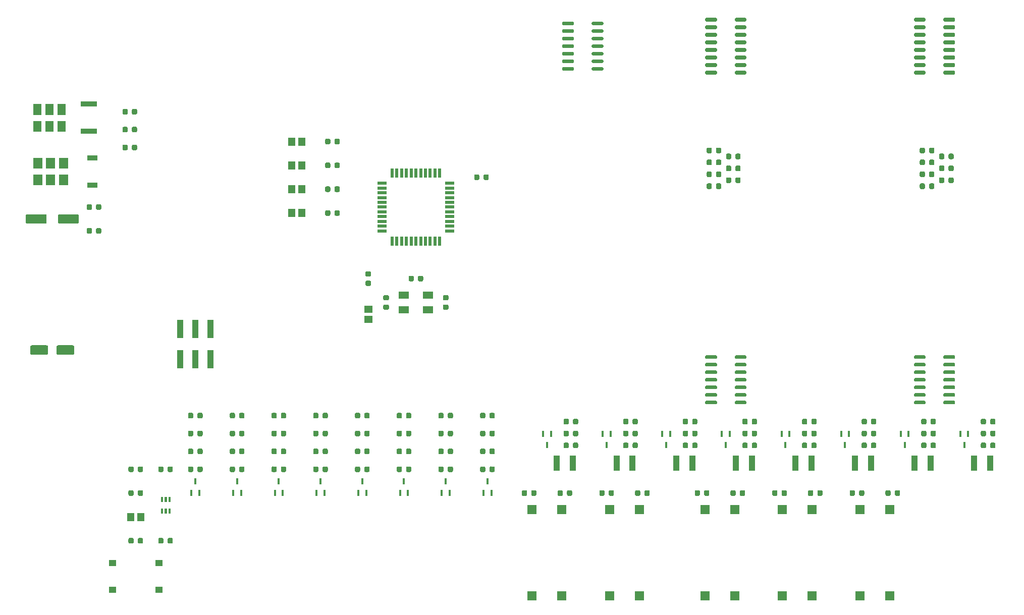
<source format=gbr>
G04 #@! TF.GenerationSoftware,KiCad,Pcbnew,(5.1.8)-1*
G04 #@! TF.CreationDate,2021-01-23T12:46:17+07:00*
G04 #@! TF.ProjectId,digitalSystemBoard,64696769-7461-46c5-9379-7374656d426f,rev?*
G04 #@! TF.SameCoordinates,PX2faf080PY9896800*
G04 #@! TF.FileFunction,Paste,Top*
G04 #@! TF.FilePolarity,Positive*
%FSLAX46Y46*%
G04 Gerber Fmt 4.6, Leading zero omitted, Abs format (unit mm)*
G04 Created by KiCad (PCBNEW (5.1.8)-1) date 2021-01-23 12:46:17*
%MOMM*%
%LPD*%
G01*
G04 APERTURE LIST*
%ADD10C,0.010000*%
%ADD11R,1.300000X1.100000*%
%ADD12R,1.500000X1.500000*%
%ADD13R,0.457200X1.117600*%
%ADD14R,1.000000X3.150000*%
%ADD15R,1.000000X2.500000*%
%ADD16R,1.730000X0.960000*%
%ADD17R,2.830000X0.970000*%
%ADD18R,1.800000X1.200000*%
%ADD19R,0.550000X1.500000*%
%ADD20R,1.500000X0.550000*%
%ADD21R,1.200000X1.470000*%
%ADD22R,1.470000X1.200000*%
G04 APERTURE END LIST*
D10*
G36*
X6395000Y71735000D02*
G01*
X4965000Y71735000D01*
X4965000Y73445000D01*
X6395000Y73445000D01*
X6395000Y71735000D01*
G37*
X6395000Y71735000D02*
X4965000Y71735000D01*
X4965000Y73445000D01*
X6395000Y73445000D01*
X6395000Y71735000D01*
G36*
X4225000Y71735000D02*
G01*
X2795000Y71735000D01*
X2795000Y73445000D01*
X4225000Y73445000D01*
X4225000Y71735000D01*
G37*
X4225000Y71735000D02*
X2795000Y71735000D01*
X2795000Y73445000D01*
X4225000Y73445000D01*
X4225000Y71735000D01*
G36*
X8565000Y71735000D02*
G01*
X7135000Y71735000D01*
X7135000Y73445000D01*
X8565000Y73445000D01*
X8565000Y71735000D01*
G37*
X8565000Y71735000D02*
X7135000Y71735000D01*
X7135000Y73445000D01*
X8565000Y73445000D01*
X8565000Y71735000D01*
G36*
X8565000Y74555000D02*
G01*
X7135000Y74555000D01*
X7135000Y76265000D01*
X8565000Y76265000D01*
X8565000Y74555000D01*
G37*
X8565000Y74555000D02*
X7135000Y74555000D01*
X7135000Y76265000D01*
X8565000Y76265000D01*
X8565000Y74555000D01*
G36*
X6395000Y74555000D02*
G01*
X4965000Y74555000D01*
X4965000Y76265000D01*
X6395000Y76265000D01*
X6395000Y74555000D01*
G37*
X6395000Y74555000D02*
X4965000Y74555000D01*
X4965000Y76265000D01*
X6395000Y76265000D01*
X6395000Y74555000D01*
G36*
X4225000Y74555000D02*
G01*
X2795000Y74555000D01*
X2795000Y76265000D01*
X4225000Y76265000D01*
X4225000Y74555000D01*
G37*
X4225000Y74555000D02*
X2795000Y74555000D01*
X2795000Y76265000D01*
X4225000Y76265000D01*
X4225000Y74555000D01*
G36*
X8175000Y83540000D02*
G01*
X6865000Y83540000D01*
X6865000Y85280000D01*
X8175000Y85280000D01*
X8175000Y83540000D01*
G37*
X8175000Y83540000D02*
X6865000Y83540000D01*
X6865000Y85280000D01*
X8175000Y85280000D01*
X8175000Y83540000D01*
G36*
X4115000Y83540000D02*
G01*
X2805000Y83540000D01*
X2805000Y85280000D01*
X4115000Y85280000D01*
X4115000Y83540000D01*
G37*
X4115000Y83540000D02*
X2805000Y83540000D01*
X2805000Y85280000D01*
X4115000Y85280000D01*
X4115000Y83540000D01*
G36*
X4115000Y80720000D02*
G01*
X2805000Y80720000D01*
X2805000Y82460000D01*
X4115000Y82460000D01*
X4115000Y80720000D01*
G37*
X4115000Y80720000D02*
X2805000Y80720000D01*
X2805000Y82460000D01*
X4115000Y82460000D01*
X4115000Y80720000D01*
G36*
X8175000Y80720000D02*
G01*
X6865000Y80720000D01*
X6865000Y82460000D01*
X8175000Y82460000D01*
X8175000Y80720000D01*
G37*
X8175000Y80720000D02*
X6865000Y80720000D01*
X6865000Y82460000D01*
X8175000Y82460000D01*
X8175000Y80720000D01*
G36*
X6145000Y83540000D02*
G01*
X4835000Y83540000D01*
X4835000Y85280000D01*
X6145000Y85280000D01*
X6145000Y83540000D01*
G37*
X6145000Y83540000D02*
X4835000Y83540000D01*
X4835000Y85280000D01*
X6145000Y85280000D01*
X6145000Y83540000D01*
G36*
X6145000Y80720000D02*
G01*
X4835000Y80720000D01*
X4835000Y82460000D01*
X6145000Y82460000D01*
X6145000Y80720000D01*
G37*
X6145000Y80720000D02*
X4835000Y80720000D01*
X4835000Y82460000D01*
X6145000Y82460000D01*
X6145000Y80720000D01*
G36*
X24198878Y17425000D02*
G01*
X24500000Y17425000D01*
X24500000Y16673140D01*
X24198878Y16673140D01*
X24198878Y17425000D01*
G37*
X24198878Y17425000D02*
X24500000Y17425000D01*
X24500000Y16673140D01*
X24198878Y16673140D01*
X24198878Y17425000D01*
G36*
X24849764Y17425000D02*
G01*
X25150000Y17425000D01*
X25150000Y16672920D01*
X24849764Y16672920D01*
X24849764Y17425000D01*
G37*
X24849764Y17425000D02*
X25150000Y17425000D01*
X25150000Y16672920D01*
X24849764Y16672920D01*
X24849764Y17425000D01*
G36*
X25501185Y17425000D02*
G01*
X25800000Y17425000D01*
X25800000Y16671860D01*
X25501185Y16671860D01*
X25501185Y17425000D01*
G37*
X25501185Y17425000D02*
X25800000Y17425000D01*
X25800000Y16671860D01*
X25501185Y16671860D01*
X25501185Y17425000D01*
G36*
X25501483Y19325000D02*
G01*
X25800000Y19325000D01*
X25800000Y18576706D01*
X25501483Y18576706D01*
X25501483Y19325000D01*
G37*
X25501483Y19325000D02*
X25800000Y19325000D01*
X25800000Y18576706D01*
X25501483Y18576706D01*
X25501483Y19325000D01*
G36*
X24849854Y19325000D02*
G01*
X25150000Y19325000D01*
X25150000Y18575561D01*
X24849854Y18575561D01*
X24849854Y19325000D01*
G37*
X24849854Y19325000D02*
X25150000Y19325000D01*
X25150000Y18575561D01*
X24849854Y18575561D01*
X24849854Y19325000D01*
G36*
X24197179Y19325000D02*
G01*
X24500000Y19325000D01*
X24500000Y18577027D01*
X24197179Y18577027D01*
X24197179Y19325000D01*
G37*
X24197179Y19325000D02*
X24500000Y19325000D01*
X24500000Y18577027D01*
X24197179Y18577027D01*
X24197179Y19325000D01*
D11*
X23900000Y3750000D03*
X23900000Y8250000D03*
X16100000Y3750000D03*
X16100000Y8250000D03*
D12*
X146500000Y2750000D03*
X146500000Y17250000D03*
X141500000Y17250000D03*
X141500000Y2750000D03*
X133500000Y2750000D03*
X133500000Y17250000D03*
X128500000Y17250000D03*
X128500000Y2750000D03*
X120500000Y2750000D03*
X120500000Y17250000D03*
X115500000Y17250000D03*
X115500000Y2750000D03*
X104500000Y2750000D03*
X104500000Y17250000D03*
X99500000Y17250000D03*
X99500000Y2750000D03*
X91500000Y2750000D03*
X91500000Y17250000D03*
X86500000Y17250000D03*
X86500000Y2750000D03*
D13*
X29339600Y20034800D03*
X30660400Y20034800D03*
X30000000Y21965200D03*
X36339600Y20034800D03*
X37660400Y20034800D03*
X37000000Y21965200D03*
X43339600Y20034800D03*
X44660400Y20034800D03*
X44000000Y21965200D03*
X50339600Y20034800D03*
X51660400Y20034800D03*
X51000000Y21965200D03*
X57339600Y20034800D03*
X58660400Y20034800D03*
X58000000Y21965200D03*
X64339600Y20034800D03*
X65660400Y20034800D03*
X65000000Y21965200D03*
X71339600Y20034800D03*
X72660400Y20034800D03*
X72000000Y21965200D03*
X78339600Y20034800D03*
X79660400Y20034800D03*
X79000000Y21965200D03*
X89660400Y29965200D03*
X88339600Y29965200D03*
X89000000Y28034800D03*
X99660400Y29965200D03*
X98339600Y29965200D03*
X99000000Y28034800D03*
X109660400Y29965200D03*
X108339600Y29965200D03*
X109000000Y28034800D03*
X119660400Y29965200D03*
X118339600Y29965200D03*
X119000000Y28034800D03*
X129660400Y29965200D03*
X128339600Y29965200D03*
X129000000Y28034800D03*
X139660400Y29965200D03*
X138339600Y29965200D03*
X139000000Y28034800D03*
X149660400Y29965200D03*
X148339600Y29965200D03*
X149000000Y28034800D03*
X159660400Y29965200D03*
X158339600Y29965200D03*
X159000000Y28034800D03*
G36*
G01*
X5300000Y44550000D02*
X5300000Y43450000D01*
G75*
G02*
X5050000Y43200000I-250000J0D01*
G01*
X2550000Y43200000D01*
G75*
G02*
X2300000Y43450000I0J250000D01*
G01*
X2300000Y44550000D01*
G75*
G02*
X2550000Y44800000I250000J0D01*
G01*
X5050000Y44800000D01*
G75*
G02*
X5300000Y44550000I0J-250000D01*
G01*
G37*
G36*
G01*
X9700000Y44550000D02*
X9700000Y43450000D01*
G75*
G02*
X9450000Y43200000I-250000J0D01*
G01*
X6950000Y43200000D01*
G75*
G02*
X6700000Y43450000I0J250000D01*
G01*
X6700000Y44550000D01*
G75*
G02*
X6950000Y44800000I250000J0D01*
G01*
X9450000Y44800000D01*
G75*
G02*
X9700000Y44550000I0J-250000D01*
G01*
G37*
G36*
G01*
X6950000Y65450000D02*
X6950000Y66550000D01*
G75*
G02*
X7200000Y66800000I250000J0D01*
G01*
X10200000Y66800000D01*
G75*
G02*
X10450000Y66550000I0J-250000D01*
G01*
X10450000Y65450000D01*
G75*
G02*
X10200000Y65200000I-250000J0D01*
G01*
X7200000Y65200000D01*
G75*
G02*
X6950000Y65450000I0J250000D01*
G01*
G37*
G36*
G01*
X1550000Y65450000D02*
X1550000Y66550000D01*
G75*
G02*
X1800000Y66800000I250000J0D01*
G01*
X4800000Y66800000D01*
G75*
G02*
X5050000Y66550000I0J-250000D01*
G01*
X5050000Y65450000D01*
G75*
G02*
X4800000Y65200000I-250000J0D01*
G01*
X1800000Y65200000D01*
G75*
G02*
X1550000Y65450000I0J250000D01*
G01*
G37*
G36*
G01*
X116650000Y77756250D02*
X116650000Y77243750D01*
G75*
G02*
X116431250Y77025000I-218750J0D01*
G01*
X115993750Y77025000D01*
G75*
G02*
X115775000Y77243750I0J218750D01*
G01*
X115775000Y77756250D01*
G75*
G02*
X115993750Y77975000I218750J0D01*
G01*
X116431250Y77975000D01*
G75*
G02*
X116650000Y77756250I0J-218750D01*
G01*
G37*
G36*
G01*
X118225000Y77756250D02*
X118225000Y77243750D01*
G75*
G02*
X118006250Y77025000I-218750J0D01*
G01*
X117568750Y77025000D01*
G75*
G02*
X117350000Y77243750I0J218750D01*
G01*
X117350000Y77756250D01*
G75*
G02*
X117568750Y77975000I218750J0D01*
G01*
X118006250Y77975000D01*
G75*
G02*
X118225000Y77756250I0J-218750D01*
G01*
G37*
G36*
G01*
X119900000Y76756250D02*
X119900000Y76243750D01*
G75*
G02*
X119681250Y76025000I-218750J0D01*
G01*
X119243750Y76025000D01*
G75*
G02*
X119025000Y76243750I0J218750D01*
G01*
X119025000Y76756250D01*
G75*
G02*
X119243750Y76975000I218750J0D01*
G01*
X119681250Y76975000D01*
G75*
G02*
X119900000Y76756250I0J-218750D01*
G01*
G37*
G36*
G01*
X121475000Y76756250D02*
X121475000Y76243750D01*
G75*
G02*
X121256250Y76025000I-218750J0D01*
G01*
X120818750Y76025000D01*
G75*
G02*
X120600000Y76243750I0J218750D01*
G01*
X120600000Y76756250D01*
G75*
G02*
X120818750Y76975000I218750J0D01*
G01*
X121256250Y76975000D01*
G75*
G02*
X121475000Y76756250I0J-218750D01*
G01*
G37*
G36*
G01*
X116650000Y71756250D02*
X116650000Y71243750D01*
G75*
G02*
X116431250Y71025000I-218750J0D01*
G01*
X115993750Y71025000D01*
G75*
G02*
X115775000Y71243750I0J218750D01*
G01*
X115775000Y71756250D01*
G75*
G02*
X115993750Y71975000I218750J0D01*
G01*
X116431250Y71975000D01*
G75*
G02*
X116650000Y71756250I0J-218750D01*
G01*
G37*
G36*
G01*
X118225000Y71756250D02*
X118225000Y71243750D01*
G75*
G02*
X118006250Y71025000I-218750J0D01*
G01*
X117568750Y71025000D01*
G75*
G02*
X117350000Y71243750I0J218750D01*
G01*
X117350000Y71756250D01*
G75*
G02*
X117568750Y71975000I218750J0D01*
G01*
X118006250Y71975000D01*
G75*
G02*
X118225000Y71756250I0J-218750D01*
G01*
G37*
G36*
G01*
X119900000Y72756250D02*
X119900000Y72243750D01*
G75*
G02*
X119681250Y72025000I-218750J0D01*
G01*
X119243750Y72025000D01*
G75*
G02*
X119025000Y72243750I0J218750D01*
G01*
X119025000Y72756250D01*
G75*
G02*
X119243750Y72975000I218750J0D01*
G01*
X119681250Y72975000D01*
G75*
G02*
X119900000Y72756250I0J-218750D01*
G01*
G37*
G36*
G01*
X121475000Y72756250D02*
X121475000Y72243750D01*
G75*
G02*
X121256250Y72025000I-218750J0D01*
G01*
X120818750Y72025000D01*
G75*
G02*
X120600000Y72243750I0J218750D01*
G01*
X120600000Y72756250D01*
G75*
G02*
X120818750Y72975000I218750J0D01*
G01*
X121256250Y72975000D01*
G75*
G02*
X121475000Y72756250I0J-218750D01*
G01*
G37*
G36*
G01*
X116650000Y73756250D02*
X116650000Y73243750D01*
G75*
G02*
X116431250Y73025000I-218750J0D01*
G01*
X115993750Y73025000D01*
G75*
G02*
X115775000Y73243750I0J218750D01*
G01*
X115775000Y73756250D01*
G75*
G02*
X115993750Y73975000I218750J0D01*
G01*
X116431250Y73975000D01*
G75*
G02*
X116650000Y73756250I0J-218750D01*
G01*
G37*
G36*
G01*
X118225000Y73756250D02*
X118225000Y73243750D01*
G75*
G02*
X118006250Y73025000I-218750J0D01*
G01*
X117568750Y73025000D01*
G75*
G02*
X117350000Y73243750I0J218750D01*
G01*
X117350000Y73756250D01*
G75*
G02*
X117568750Y73975000I218750J0D01*
G01*
X118006250Y73975000D01*
G75*
G02*
X118225000Y73756250I0J-218750D01*
G01*
G37*
G36*
G01*
X119900000Y74756250D02*
X119900000Y74243750D01*
G75*
G02*
X119681250Y74025000I-218750J0D01*
G01*
X119243750Y74025000D01*
G75*
G02*
X119025000Y74243750I0J218750D01*
G01*
X119025000Y74756250D01*
G75*
G02*
X119243750Y74975000I218750J0D01*
G01*
X119681250Y74975000D01*
G75*
G02*
X119900000Y74756250I0J-218750D01*
G01*
G37*
G36*
G01*
X121475000Y74756250D02*
X121475000Y74243750D01*
G75*
G02*
X121256250Y74025000I-218750J0D01*
G01*
X120818750Y74025000D01*
G75*
G02*
X120600000Y74243750I0J218750D01*
G01*
X120600000Y74756250D01*
G75*
G02*
X120818750Y74975000I218750J0D01*
G01*
X121256250Y74975000D01*
G75*
G02*
X121475000Y74756250I0J-218750D01*
G01*
G37*
G36*
G01*
X116650000Y75756250D02*
X116650000Y75243750D01*
G75*
G02*
X116431250Y75025000I-218750J0D01*
G01*
X115993750Y75025000D01*
G75*
G02*
X115775000Y75243750I0J218750D01*
G01*
X115775000Y75756250D01*
G75*
G02*
X115993750Y75975000I218750J0D01*
G01*
X116431250Y75975000D01*
G75*
G02*
X116650000Y75756250I0J-218750D01*
G01*
G37*
G36*
G01*
X118225000Y75756250D02*
X118225000Y75243750D01*
G75*
G02*
X118006250Y75025000I-218750J0D01*
G01*
X117568750Y75025000D01*
G75*
G02*
X117350000Y75243750I0J218750D01*
G01*
X117350000Y75756250D01*
G75*
G02*
X117568750Y75975000I218750J0D01*
G01*
X118006250Y75975000D01*
G75*
G02*
X118225000Y75756250I0J-218750D01*
G01*
G37*
G36*
G01*
X156350000Y74243750D02*
X156350000Y74756250D01*
G75*
G02*
X156568750Y74975000I218750J0D01*
G01*
X157006250Y74975000D01*
G75*
G02*
X157225000Y74756250I0J-218750D01*
G01*
X157225000Y74243750D01*
G75*
G02*
X157006250Y74025000I-218750J0D01*
G01*
X156568750Y74025000D01*
G75*
G02*
X156350000Y74243750I0J218750D01*
G01*
G37*
G36*
G01*
X154775000Y74243750D02*
X154775000Y74756250D01*
G75*
G02*
X154993750Y74975000I218750J0D01*
G01*
X155431250Y74975000D01*
G75*
G02*
X155650000Y74756250I0J-218750D01*
G01*
X155650000Y74243750D01*
G75*
G02*
X155431250Y74025000I-218750J0D01*
G01*
X154993750Y74025000D01*
G75*
G02*
X154775000Y74243750I0J218750D01*
G01*
G37*
G36*
G01*
X153100000Y75243750D02*
X153100000Y75756250D01*
G75*
G02*
X153318750Y75975000I218750J0D01*
G01*
X153756250Y75975000D01*
G75*
G02*
X153975000Y75756250I0J-218750D01*
G01*
X153975000Y75243750D01*
G75*
G02*
X153756250Y75025000I-218750J0D01*
G01*
X153318750Y75025000D01*
G75*
G02*
X153100000Y75243750I0J218750D01*
G01*
G37*
G36*
G01*
X151525000Y75243750D02*
X151525000Y75756250D01*
G75*
G02*
X151743750Y75975000I218750J0D01*
G01*
X152181250Y75975000D01*
G75*
G02*
X152400000Y75756250I0J-218750D01*
G01*
X152400000Y75243750D01*
G75*
G02*
X152181250Y75025000I-218750J0D01*
G01*
X151743750Y75025000D01*
G75*
G02*
X151525000Y75243750I0J218750D01*
G01*
G37*
G36*
G01*
X153100000Y73243750D02*
X153100000Y73756250D01*
G75*
G02*
X153318750Y73975000I218750J0D01*
G01*
X153756250Y73975000D01*
G75*
G02*
X153975000Y73756250I0J-218750D01*
G01*
X153975000Y73243750D01*
G75*
G02*
X153756250Y73025000I-218750J0D01*
G01*
X153318750Y73025000D01*
G75*
G02*
X153100000Y73243750I0J218750D01*
G01*
G37*
G36*
G01*
X151525000Y73243750D02*
X151525000Y73756250D01*
G75*
G02*
X151743750Y73975000I218750J0D01*
G01*
X152181250Y73975000D01*
G75*
G02*
X152400000Y73756250I0J-218750D01*
G01*
X152400000Y73243750D01*
G75*
G02*
X152181250Y73025000I-218750J0D01*
G01*
X151743750Y73025000D01*
G75*
G02*
X151525000Y73243750I0J218750D01*
G01*
G37*
G36*
G01*
X156350000Y72243750D02*
X156350000Y72756250D01*
G75*
G02*
X156568750Y72975000I218750J0D01*
G01*
X157006250Y72975000D01*
G75*
G02*
X157225000Y72756250I0J-218750D01*
G01*
X157225000Y72243750D01*
G75*
G02*
X157006250Y72025000I-218750J0D01*
G01*
X156568750Y72025000D01*
G75*
G02*
X156350000Y72243750I0J218750D01*
G01*
G37*
G36*
G01*
X154775000Y72243750D02*
X154775000Y72756250D01*
G75*
G02*
X154993750Y72975000I218750J0D01*
G01*
X155431250Y72975000D01*
G75*
G02*
X155650000Y72756250I0J-218750D01*
G01*
X155650000Y72243750D01*
G75*
G02*
X155431250Y72025000I-218750J0D01*
G01*
X154993750Y72025000D01*
G75*
G02*
X154775000Y72243750I0J218750D01*
G01*
G37*
G36*
G01*
X153100000Y71243750D02*
X153100000Y71756250D01*
G75*
G02*
X153318750Y71975000I218750J0D01*
G01*
X153756250Y71975000D01*
G75*
G02*
X153975000Y71756250I0J-218750D01*
G01*
X153975000Y71243750D01*
G75*
G02*
X153756250Y71025000I-218750J0D01*
G01*
X153318750Y71025000D01*
G75*
G02*
X153100000Y71243750I0J218750D01*
G01*
G37*
G36*
G01*
X151525000Y71243750D02*
X151525000Y71756250D01*
G75*
G02*
X151743750Y71975000I218750J0D01*
G01*
X152181250Y71975000D01*
G75*
G02*
X152400000Y71756250I0J-218750D01*
G01*
X152400000Y71243750D01*
G75*
G02*
X152181250Y71025000I-218750J0D01*
G01*
X151743750Y71025000D01*
G75*
G02*
X151525000Y71243750I0J218750D01*
G01*
G37*
G36*
G01*
X153100000Y77243750D02*
X153100000Y77756250D01*
G75*
G02*
X153318750Y77975000I218750J0D01*
G01*
X153756250Y77975000D01*
G75*
G02*
X153975000Y77756250I0J-218750D01*
G01*
X153975000Y77243750D01*
G75*
G02*
X153756250Y77025000I-218750J0D01*
G01*
X153318750Y77025000D01*
G75*
G02*
X153100000Y77243750I0J218750D01*
G01*
G37*
G36*
G01*
X151525000Y77243750D02*
X151525000Y77756250D01*
G75*
G02*
X151743750Y77975000I218750J0D01*
G01*
X152181250Y77975000D01*
G75*
G02*
X152400000Y77756250I0J-218750D01*
G01*
X152400000Y77243750D01*
G75*
G02*
X152181250Y77025000I-218750J0D01*
G01*
X151743750Y77025000D01*
G75*
G02*
X151525000Y77243750I0J218750D01*
G01*
G37*
G36*
G01*
X156350000Y76243750D02*
X156350000Y76756250D01*
G75*
G02*
X156568750Y76975000I218750J0D01*
G01*
X157006250Y76975000D01*
G75*
G02*
X157225000Y76756250I0J-218750D01*
G01*
X157225000Y76243750D01*
G75*
G02*
X157006250Y76025000I-218750J0D01*
G01*
X156568750Y76025000D01*
G75*
G02*
X156350000Y76243750I0J218750D01*
G01*
G37*
G36*
G01*
X154775000Y76243750D02*
X154775000Y76756250D01*
G75*
G02*
X154993750Y76975000I218750J0D01*
G01*
X155431250Y76975000D01*
G75*
G02*
X155650000Y76756250I0J-218750D01*
G01*
X155650000Y76243750D01*
G75*
G02*
X155431250Y76025000I-218750J0D01*
G01*
X154993750Y76025000D01*
G75*
G02*
X154775000Y76243750I0J218750D01*
G01*
G37*
G36*
G01*
X13350000Y63743750D02*
X13350000Y64256250D01*
G75*
G02*
X13568750Y64475000I218750J0D01*
G01*
X14006250Y64475000D01*
G75*
G02*
X14225000Y64256250I0J-218750D01*
G01*
X14225000Y63743750D01*
G75*
G02*
X14006250Y63525000I-218750J0D01*
G01*
X13568750Y63525000D01*
G75*
G02*
X13350000Y63743750I0J218750D01*
G01*
G37*
G36*
G01*
X11775000Y63743750D02*
X11775000Y64256250D01*
G75*
G02*
X11993750Y64475000I218750J0D01*
G01*
X12431250Y64475000D01*
G75*
G02*
X12650000Y64256250I0J-218750D01*
G01*
X12650000Y63743750D01*
G75*
G02*
X12431250Y63525000I-218750J0D01*
G01*
X11993750Y63525000D01*
G75*
G02*
X11775000Y63743750I0J218750D01*
G01*
G37*
G36*
G01*
X133350000Y29743750D02*
X133350000Y30256250D01*
G75*
G02*
X133568750Y30475000I218750J0D01*
G01*
X134006250Y30475000D01*
G75*
G02*
X134225000Y30256250I0J-218750D01*
G01*
X134225000Y29743750D01*
G75*
G02*
X134006250Y29525000I-218750J0D01*
G01*
X133568750Y29525000D01*
G75*
G02*
X133350000Y29743750I0J218750D01*
G01*
G37*
G36*
G01*
X131775000Y29743750D02*
X131775000Y30256250D01*
G75*
G02*
X131993750Y30475000I218750J0D01*
G01*
X132431250Y30475000D01*
G75*
G02*
X132650000Y30256250I0J-218750D01*
G01*
X132650000Y29743750D01*
G75*
G02*
X132431250Y29525000I-218750J0D01*
G01*
X131993750Y29525000D01*
G75*
G02*
X131775000Y29743750I0J218750D01*
G01*
G37*
G36*
G01*
X132650000Y28256250D02*
X132650000Y27743750D01*
G75*
G02*
X132431250Y27525000I-218750J0D01*
G01*
X131993750Y27525000D01*
G75*
G02*
X131775000Y27743750I0J218750D01*
G01*
X131775000Y28256250D01*
G75*
G02*
X131993750Y28475000I218750J0D01*
G01*
X132431250Y28475000D01*
G75*
G02*
X132650000Y28256250I0J-218750D01*
G01*
G37*
G36*
G01*
X134225000Y28256250D02*
X134225000Y27743750D01*
G75*
G02*
X134006250Y27525000I-218750J0D01*
G01*
X133568750Y27525000D01*
G75*
G02*
X133350000Y27743750I0J218750D01*
G01*
X133350000Y28256250D01*
G75*
G02*
X133568750Y28475000I218750J0D01*
G01*
X134006250Y28475000D01*
G75*
G02*
X134225000Y28256250I0J-218750D01*
G01*
G37*
G36*
G01*
X132650000Y32256250D02*
X132650000Y31743750D01*
G75*
G02*
X132431250Y31525000I-218750J0D01*
G01*
X131993750Y31525000D01*
G75*
G02*
X131775000Y31743750I0J218750D01*
G01*
X131775000Y32256250D01*
G75*
G02*
X131993750Y32475000I218750J0D01*
G01*
X132431250Y32475000D01*
G75*
G02*
X132650000Y32256250I0J-218750D01*
G01*
G37*
G36*
G01*
X134225000Y32256250D02*
X134225000Y31743750D01*
G75*
G02*
X134006250Y31525000I-218750J0D01*
G01*
X133568750Y31525000D01*
G75*
G02*
X133350000Y31743750I0J218750D01*
G01*
X133350000Y32256250D01*
G75*
G02*
X133568750Y32475000I218750J0D01*
G01*
X134006250Y32475000D01*
G75*
G02*
X134225000Y32256250I0J-218750D01*
G01*
G37*
G36*
G01*
X51350000Y23743750D02*
X51350000Y24256250D01*
G75*
G02*
X51568750Y24475000I218750J0D01*
G01*
X52006250Y24475000D01*
G75*
G02*
X52225000Y24256250I0J-218750D01*
G01*
X52225000Y23743750D01*
G75*
G02*
X52006250Y23525000I-218750J0D01*
G01*
X51568750Y23525000D01*
G75*
G02*
X51350000Y23743750I0J218750D01*
G01*
G37*
G36*
G01*
X49775000Y23743750D02*
X49775000Y24256250D01*
G75*
G02*
X49993750Y24475000I218750J0D01*
G01*
X50431250Y24475000D01*
G75*
G02*
X50650000Y24256250I0J-218750D01*
G01*
X50650000Y23743750D01*
G75*
G02*
X50431250Y23525000I-218750J0D01*
G01*
X49993750Y23525000D01*
G75*
G02*
X49775000Y23743750I0J218750D01*
G01*
G37*
G36*
G01*
X51350000Y26743750D02*
X51350000Y27256250D01*
G75*
G02*
X51568750Y27475000I218750J0D01*
G01*
X52006250Y27475000D01*
G75*
G02*
X52225000Y27256250I0J-218750D01*
G01*
X52225000Y26743750D01*
G75*
G02*
X52006250Y26525000I-218750J0D01*
G01*
X51568750Y26525000D01*
G75*
G02*
X51350000Y26743750I0J218750D01*
G01*
G37*
G36*
G01*
X49775000Y26743750D02*
X49775000Y27256250D01*
G75*
G02*
X49993750Y27475000I218750J0D01*
G01*
X50431250Y27475000D01*
G75*
G02*
X50650000Y27256250I0J-218750D01*
G01*
X50650000Y26743750D01*
G75*
G02*
X50431250Y26525000I-218750J0D01*
G01*
X49993750Y26525000D01*
G75*
G02*
X49775000Y26743750I0J218750D01*
G01*
G37*
G36*
G01*
X51350000Y29743750D02*
X51350000Y30256250D01*
G75*
G02*
X51568750Y30475000I218750J0D01*
G01*
X52006250Y30475000D01*
G75*
G02*
X52225000Y30256250I0J-218750D01*
G01*
X52225000Y29743750D01*
G75*
G02*
X52006250Y29525000I-218750J0D01*
G01*
X51568750Y29525000D01*
G75*
G02*
X51350000Y29743750I0J218750D01*
G01*
G37*
G36*
G01*
X49775000Y29743750D02*
X49775000Y30256250D01*
G75*
G02*
X49993750Y30475000I218750J0D01*
G01*
X50431250Y30475000D01*
G75*
G02*
X50650000Y30256250I0J-218750D01*
G01*
X50650000Y29743750D01*
G75*
G02*
X50431250Y29525000I-218750J0D01*
G01*
X49993750Y29525000D01*
G75*
G02*
X49775000Y29743750I0J218750D01*
G01*
G37*
G36*
G01*
X50650000Y33256250D02*
X50650000Y32743750D01*
G75*
G02*
X50431250Y32525000I-218750J0D01*
G01*
X49993750Y32525000D01*
G75*
G02*
X49775000Y32743750I0J218750D01*
G01*
X49775000Y33256250D01*
G75*
G02*
X49993750Y33475000I218750J0D01*
G01*
X50431250Y33475000D01*
G75*
G02*
X50650000Y33256250I0J-218750D01*
G01*
G37*
G36*
G01*
X52225000Y33256250D02*
X52225000Y32743750D01*
G75*
G02*
X52006250Y32525000I-218750J0D01*
G01*
X51568750Y32525000D01*
G75*
G02*
X51350000Y32743750I0J218750D01*
G01*
X51350000Y33256250D01*
G75*
G02*
X51568750Y33475000I218750J0D01*
G01*
X52006250Y33475000D01*
G75*
G02*
X52225000Y33256250I0J-218750D01*
G01*
G37*
D14*
X32540000Y47525000D03*
X32540000Y42475000D03*
X30000000Y47525000D03*
X30000000Y42475000D03*
X27460000Y47525000D03*
X27460000Y42475000D03*
D15*
X93350000Y25000000D03*
X90650000Y25000000D03*
X103350000Y25000000D03*
X100650000Y25000000D03*
X113350000Y25000000D03*
X110650000Y25000000D03*
X123350000Y25000000D03*
X120650000Y25000000D03*
X133350000Y25000000D03*
X130650000Y25000000D03*
X143350000Y25000000D03*
X140650000Y25000000D03*
X153350000Y25000000D03*
X150650000Y25000000D03*
X163350000Y25000000D03*
X160650000Y25000000D03*
G36*
G01*
X30350000Y23743750D02*
X30350000Y24256250D01*
G75*
G02*
X30568750Y24475000I218750J0D01*
G01*
X31006250Y24475000D01*
G75*
G02*
X31225000Y24256250I0J-218750D01*
G01*
X31225000Y23743750D01*
G75*
G02*
X31006250Y23525000I-218750J0D01*
G01*
X30568750Y23525000D01*
G75*
G02*
X30350000Y23743750I0J218750D01*
G01*
G37*
G36*
G01*
X28775000Y23743750D02*
X28775000Y24256250D01*
G75*
G02*
X28993750Y24475000I218750J0D01*
G01*
X29431250Y24475000D01*
G75*
G02*
X29650000Y24256250I0J-218750D01*
G01*
X29650000Y23743750D01*
G75*
G02*
X29431250Y23525000I-218750J0D01*
G01*
X28993750Y23525000D01*
G75*
G02*
X28775000Y23743750I0J218750D01*
G01*
G37*
G36*
G01*
X37350000Y23743750D02*
X37350000Y24256250D01*
G75*
G02*
X37568750Y24475000I218750J0D01*
G01*
X38006250Y24475000D01*
G75*
G02*
X38225000Y24256250I0J-218750D01*
G01*
X38225000Y23743750D01*
G75*
G02*
X38006250Y23525000I-218750J0D01*
G01*
X37568750Y23525000D01*
G75*
G02*
X37350000Y23743750I0J218750D01*
G01*
G37*
G36*
G01*
X35775000Y23743750D02*
X35775000Y24256250D01*
G75*
G02*
X35993750Y24475000I218750J0D01*
G01*
X36431250Y24475000D01*
G75*
G02*
X36650000Y24256250I0J-218750D01*
G01*
X36650000Y23743750D01*
G75*
G02*
X36431250Y23525000I-218750J0D01*
G01*
X35993750Y23525000D01*
G75*
G02*
X35775000Y23743750I0J218750D01*
G01*
G37*
G36*
G01*
X44350000Y23743750D02*
X44350000Y24256250D01*
G75*
G02*
X44568750Y24475000I218750J0D01*
G01*
X45006250Y24475000D01*
G75*
G02*
X45225000Y24256250I0J-218750D01*
G01*
X45225000Y23743750D01*
G75*
G02*
X45006250Y23525000I-218750J0D01*
G01*
X44568750Y23525000D01*
G75*
G02*
X44350000Y23743750I0J218750D01*
G01*
G37*
G36*
G01*
X42775000Y23743750D02*
X42775000Y24256250D01*
G75*
G02*
X42993750Y24475000I218750J0D01*
G01*
X43431250Y24475000D01*
G75*
G02*
X43650000Y24256250I0J-218750D01*
G01*
X43650000Y23743750D01*
G75*
G02*
X43431250Y23525000I-218750J0D01*
G01*
X42993750Y23525000D01*
G75*
G02*
X42775000Y23743750I0J218750D01*
G01*
G37*
G36*
G01*
X58350000Y23743750D02*
X58350000Y24256250D01*
G75*
G02*
X58568750Y24475000I218750J0D01*
G01*
X59006250Y24475000D01*
G75*
G02*
X59225000Y24256250I0J-218750D01*
G01*
X59225000Y23743750D01*
G75*
G02*
X59006250Y23525000I-218750J0D01*
G01*
X58568750Y23525000D01*
G75*
G02*
X58350000Y23743750I0J218750D01*
G01*
G37*
G36*
G01*
X56775000Y23743750D02*
X56775000Y24256250D01*
G75*
G02*
X56993750Y24475000I218750J0D01*
G01*
X57431250Y24475000D01*
G75*
G02*
X57650000Y24256250I0J-218750D01*
G01*
X57650000Y23743750D01*
G75*
G02*
X57431250Y23525000I-218750J0D01*
G01*
X56993750Y23525000D01*
G75*
G02*
X56775000Y23743750I0J218750D01*
G01*
G37*
G36*
G01*
X65350000Y23743750D02*
X65350000Y24256250D01*
G75*
G02*
X65568750Y24475000I218750J0D01*
G01*
X66006250Y24475000D01*
G75*
G02*
X66225000Y24256250I0J-218750D01*
G01*
X66225000Y23743750D01*
G75*
G02*
X66006250Y23525000I-218750J0D01*
G01*
X65568750Y23525000D01*
G75*
G02*
X65350000Y23743750I0J218750D01*
G01*
G37*
G36*
G01*
X63775000Y23743750D02*
X63775000Y24256250D01*
G75*
G02*
X63993750Y24475000I218750J0D01*
G01*
X64431250Y24475000D01*
G75*
G02*
X64650000Y24256250I0J-218750D01*
G01*
X64650000Y23743750D01*
G75*
G02*
X64431250Y23525000I-218750J0D01*
G01*
X63993750Y23525000D01*
G75*
G02*
X63775000Y23743750I0J218750D01*
G01*
G37*
G36*
G01*
X72350000Y23743750D02*
X72350000Y24256250D01*
G75*
G02*
X72568750Y24475000I218750J0D01*
G01*
X73006250Y24475000D01*
G75*
G02*
X73225000Y24256250I0J-218750D01*
G01*
X73225000Y23743750D01*
G75*
G02*
X73006250Y23525000I-218750J0D01*
G01*
X72568750Y23525000D01*
G75*
G02*
X72350000Y23743750I0J218750D01*
G01*
G37*
G36*
G01*
X70775000Y23743750D02*
X70775000Y24256250D01*
G75*
G02*
X70993750Y24475000I218750J0D01*
G01*
X71431250Y24475000D01*
G75*
G02*
X71650000Y24256250I0J-218750D01*
G01*
X71650000Y23743750D01*
G75*
G02*
X71431250Y23525000I-218750J0D01*
G01*
X70993750Y23525000D01*
G75*
G02*
X70775000Y23743750I0J218750D01*
G01*
G37*
G36*
G01*
X79350000Y23743750D02*
X79350000Y24256250D01*
G75*
G02*
X79568750Y24475000I218750J0D01*
G01*
X80006250Y24475000D01*
G75*
G02*
X80225000Y24256250I0J-218750D01*
G01*
X80225000Y23743750D01*
G75*
G02*
X80006250Y23525000I-218750J0D01*
G01*
X79568750Y23525000D01*
G75*
G02*
X79350000Y23743750I0J218750D01*
G01*
G37*
G36*
G01*
X77775000Y23743750D02*
X77775000Y24256250D01*
G75*
G02*
X77993750Y24475000I218750J0D01*
G01*
X78431250Y24475000D01*
G75*
G02*
X78650000Y24256250I0J-218750D01*
G01*
X78650000Y23743750D01*
G75*
G02*
X78431250Y23525000I-218750J0D01*
G01*
X77993750Y23525000D01*
G75*
G02*
X77775000Y23743750I0J218750D01*
G01*
G37*
G36*
G01*
X18650000Y81256250D02*
X18650000Y80743750D01*
G75*
G02*
X18431250Y80525000I-218750J0D01*
G01*
X17993750Y80525000D01*
G75*
G02*
X17775000Y80743750I0J218750D01*
G01*
X17775000Y81256250D01*
G75*
G02*
X17993750Y81475000I218750J0D01*
G01*
X18431250Y81475000D01*
G75*
G02*
X18650000Y81256250I0J-218750D01*
G01*
G37*
G36*
G01*
X20225000Y81256250D02*
X20225000Y80743750D01*
G75*
G02*
X20006250Y80525000I-218750J0D01*
G01*
X19568750Y80525000D01*
G75*
G02*
X19350000Y80743750I0J218750D01*
G01*
X19350000Y81256250D01*
G75*
G02*
X19568750Y81475000I218750J0D01*
G01*
X20006250Y81475000D01*
G75*
G02*
X20225000Y81256250I0J-218750D01*
G01*
G37*
D16*
X12700000Y76285000D03*
X12700000Y71715000D03*
D17*
X12140000Y85290000D03*
X12140000Y80710000D03*
D18*
X69000000Y50800000D03*
X65000000Y50800000D03*
X65000000Y53200000D03*
X69000000Y53200000D03*
G36*
G01*
X152500000Y35340000D02*
X152500000Y35040000D01*
G75*
G02*
X152350000Y34890000I-150000J0D01*
G01*
X150700000Y34890000D01*
G75*
G02*
X150550000Y35040000I0J150000D01*
G01*
X150550000Y35340000D01*
G75*
G02*
X150700000Y35490000I150000J0D01*
G01*
X152350000Y35490000D01*
G75*
G02*
X152500000Y35340000I0J-150000D01*
G01*
G37*
G36*
G01*
X152500000Y36610000D02*
X152500000Y36310000D01*
G75*
G02*
X152350000Y36160000I-150000J0D01*
G01*
X150700000Y36160000D01*
G75*
G02*
X150550000Y36310000I0J150000D01*
G01*
X150550000Y36610000D01*
G75*
G02*
X150700000Y36760000I150000J0D01*
G01*
X152350000Y36760000D01*
G75*
G02*
X152500000Y36610000I0J-150000D01*
G01*
G37*
G36*
G01*
X152500000Y37880000D02*
X152500000Y37580000D01*
G75*
G02*
X152350000Y37430000I-150000J0D01*
G01*
X150700000Y37430000D01*
G75*
G02*
X150550000Y37580000I0J150000D01*
G01*
X150550000Y37880000D01*
G75*
G02*
X150700000Y38030000I150000J0D01*
G01*
X152350000Y38030000D01*
G75*
G02*
X152500000Y37880000I0J-150000D01*
G01*
G37*
G36*
G01*
X152500000Y39150000D02*
X152500000Y38850000D01*
G75*
G02*
X152350000Y38700000I-150000J0D01*
G01*
X150700000Y38700000D01*
G75*
G02*
X150550000Y38850000I0J150000D01*
G01*
X150550000Y39150000D01*
G75*
G02*
X150700000Y39300000I150000J0D01*
G01*
X152350000Y39300000D01*
G75*
G02*
X152500000Y39150000I0J-150000D01*
G01*
G37*
G36*
G01*
X152500000Y40420000D02*
X152500000Y40120000D01*
G75*
G02*
X152350000Y39970000I-150000J0D01*
G01*
X150700000Y39970000D01*
G75*
G02*
X150550000Y40120000I0J150000D01*
G01*
X150550000Y40420000D01*
G75*
G02*
X150700000Y40570000I150000J0D01*
G01*
X152350000Y40570000D01*
G75*
G02*
X152500000Y40420000I0J-150000D01*
G01*
G37*
G36*
G01*
X152500000Y41690000D02*
X152500000Y41390000D01*
G75*
G02*
X152350000Y41240000I-150000J0D01*
G01*
X150700000Y41240000D01*
G75*
G02*
X150550000Y41390000I0J150000D01*
G01*
X150550000Y41690000D01*
G75*
G02*
X150700000Y41840000I150000J0D01*
G01*
X152350000Y41840000D01*
G75*
G02*
X152500000Y41690000I0J-150000D01*
G01*
G37*
G36*
G01*
X152500000Y42960000D02*
X152500000Y42660000D01*
G75*
G02*
X152350000Y42510000I-150000J0D01*
G01*
X150700000Y42510000D01*
G75*
G02*
X150550000Y42660000I0J150000D01*
G01*
X150550000Y42960000D01*
G75*
G02*
X150700000Y43110000I150000J0D01*
G01*
X152350000Y43110000D01*
G75*
G02*
X152500000Y42960000I0J-150000D01*
G01*
G37*
G36*
G01*
X157450000Y42960000D02*
X157450000Y42660000D01*
G75*
G02*
X157300000Y42510000I-150000J0D01*
G01*
X155650000Y42510000D01*
G75*
G02*
X155500000Y42660000I0J150000D01*
G01*
X155500000Y42960000D01*
G75*
G02*
X155650000Y43110000I150000J0D01*
G01*
X157300000Y43110000D01*
G75*
G02*
X157450000Y42960000I0J-150000D01*
G01*
G37*
G36*
G01*
X157450000Y41690000D02*
X157450000Y41390000D01*
G75*
G02*
X157300000Y41240000I-150000J0D01*
G01*
X155650000Y41240000D01*
G75*
G02*
X155500000Y41390000I0J150000D01*
G01*
X155500000Y41690000D01*
G75*
G02*
X155650000Y41840000I150000J0D01*
G01*
X157300000Y41840000D01*
G75*
G02*
X157450000Y41690000I0J-150000D01*
G01*
G37*
G36*
G01*
X157450000Y40420000D02*
X157450000Y40120000D01*
G75*
G02*
X157300000Y39970000I-150000J0D01*
G01*
X155650000Y39970000D01*
G75*
G02*
X155500000Y40120000I0J150000D01*
G01*
X155500000Y40420000D01*
G75*
G02*
X155650000Y40570000I150000J0D01*
G01*
X157300000Y40570000D01*
G75*
G02*
X157450000Y40420000I0J-150000D01*
G01*
G37*
G36*
G01*
X157450000Y39150000D02*
X157450000Y38850000D01*
G75*
G02*
X157300000Y38700000I-150000J0D01*
G01*
X155650000Y38700000D01*
G75*
G02*
X155500000Y38850000I0J150000D01*
G01*
X155500000Y39150000D01*
G75*
G02*
X155650000Y39300000I150000J0D01*
G01*
X157300000Y39300000D01*
G75*
G02*
X157450000Y39150000I0J-150000D01*
G01*
G37*
G36*
G01*
X157450000Y37880000D02*
X157450000Y37580000D01*
G75*
G02*
X157300000Y37430000I-150000J0D01*
G01*
X155650000Y37430000D01*
G75*
G02*
X155500000Y37580000I0J150000D01*
G01*
X155500000Y37880000D01*
G75*
G02*
X155650000Y38030000I150000J0D01*
G01*
X157300000Y38030000D01*
G75*
G02*
X157450000Y37880000I0J-150000D01*
G01*
G37*
G36*
G01*
X157450000Y36610000D02*
X157450000Y36310000D01*
G75*
G02*
X157300000Y36160000I-150000J0D01*
G01*
X155650000Y36160000D01*
G75*
G02*
X155500000Y36310000I0J150000D01*
G01*
X155500000Y36610000D01*
G75*
G02*
X155650000Y36760000I150000J0D01*
G01*
X157300000Y36760000D01*
G75*
G02*
X157450000Y36610000I0J-150000D01*
G01*
G37*
G36*
G01*
X157450000Y35340000D02*
X157450000Y35040000D01*
G75*
G02*
X157300000Y34890000I-150000J0D01*
G01*
X155650000Y34890000D01*
G75*
G02*
X155500000Y35040000I0J150000D01*
G01*
X155500000Y35340000D01*
G75*
G02*
X155650000Y35490000I150000J0D01*
G01*
X157300000Y35490000D01*
G75*
G02*
X157450000Y35340000I0J-150000D01*
G01*
G37*
G36*
G01*
X155500000Y99295000D02*
X155500000Y99595000D01*
G75*
G02*
X155650000Y99745000I150000J0D01*
G01*
X157300000Y99745000D01*
G75*
G02*
X157450000Y99595000I0J-150000D01*
G01*
X157450000Y99295000D01*
G75*
G02*
X157300000Y99145000I-150000J0D01*
G01*
X155650000Y99145000D01*
G75*
G02*
X155500000Y99295000I0J150000D01*
G01*
G37*
G36*
G01*
X155500000Y98025000D02*
X155500000Y98325000D01*
G75*
G02*
X155650000Y98475000I150000J0D01*
G01*
X157300000Y98475000D01*
G75*
G02*
X157450000Y98325000I0J-150000D01*
G01*
X157450000Y98025000D01*
G75*
G02*
X157300000Y97875000I-150000J0D01*
G01*
X155650000Y97875000D01*
G75*
G02*
X155500000Y98025000I0J150000D01*
G01*
G37*
G36*
G01*
X155500000Y96755000D02*
X155500000Y97055000D01*
G75*
G02*
X155650000Y97205000I150000J0D01*
G01*
X157300000Y97205000D01*
G75*
G02*
X157450000Y97055000I0J-150000D01*
G01*
X157450000Y96755000D01*
G75*
G02*
X157300000Y96605000I-150000J0D01*
G01*
X155650000Y96605000D01*
G75*
G02*
X155500000Y96755000I0J150000D01*
G01*
G37*
G36*
G01*
X155500000Y95485000D02*
X155500000Y95785000D01*
G75*
G02*
X155650000Y95935000I150000J0D01*
G01*
X157300000Y95935000D01*
G75*
G02*
X157450000Y95785000I0J-150000D01*
G01*
X157450000Y95485000D01*
G75*
G02*
X157300000Y95335000I-150000J0D01*
G01*
X155650000Y95335000D01*
G75*
G02*
X155500000Y95485000I0J150000D01*
G01*
G37*
G36*
G01*
X155500000Y94215000D02*
X155500000Y94515000D01*
G75*
G02*
X155650000Y94665000I150000J0D01*
G01*
X157300000Y94665000D01*
G75*
G02*
X157450000Y94515000I0J-150000D01*
G01*
X157450000Y94215000D01*
G75*
G02*
X157300000Y94065000I-150000J0D01*
G01*
X155650000Y94065000D01*
G75*
G02*
X155500000Y94215000I0J150000D01*
G01*
G37*
G36*
G01*
X155500000Y92945000D02*
X155500000Y93245000D01*
G75*
G02*
X155650000Y93395000I150000J0D01*
G01*
X157300000Y93395000D01*
G75*
G02*
X157450000Y93245000I0J-150000D01*
G01*
X157450000Y92945000D01*
G75*
G02*
X157300000Y92795000I-150000J0D01*
G01*
X155650000Y92795000D01*
G75*
G02*
X155500000Y92945000I0J150000D01*
G01*
G37*
G36*
G01*
X155500000Y91675000D02*
X155500000Y91975000D01*
G75*
G02*
X155650000Y92125000I150000J0D01*
G01*
X157300000Y92125000D01*
G75*
G02*
X157450000Y91975000I0J-150000D01*
G01*
X157450000Y91675000D01*
G75*
G02*
X157300000Y91525000I-150000J0D01*
G01*
X155650000Y91525000D01*
G75*
G02*
X155500000Y91675000I0J150000D01*
G01*
G37*
G36*
G01*
X155500000Y90405000D02*
X155500000Y90705000D01*
G75*
G02*
X155650000Y90855000I150000J0D01*
G01*
X157300000Y90855000D01*
G75*
G02*
X157450000Y90705000I0J-150000D01*
G01*
X157450000Y90405000D01*
G75*
G02*
X157300000Y90255000I-150000J0D01*
G01*
X155650000Y90255000D01*
G75*
G02*
X155500000Y90405000I0J150000D01*
G01*
G37*
G36*
G01*
X150550000Y90405000D02*
X150550000Y90705000D01*
G75*
G02*
X150700000Y90855000I150000J0D01*
G01*
X152350000Y90855000D01*
G75*
G02*
X152500000Y90705000I0J-150000D01*
G01*
X152500000Y90405000D01*
G75*
G02*
X152350000Y90255000I-150000J0D01*
G01*
X150700000Y90255000D01*
G75*
G02*
X150550000Y90405000I0J150000D01*
G01*
G37*
G36*
G01*
X150550000Y91675000D02*
X150550000Y91975000D01*
G75*
G02*
X150700000Y92125000I150000J0D01*
G01*
X152350000Y92125000D01*
G75*
G02*
X152500000Y91975000I0J-150000D01*
G01*
X152500000Y91675000D01*
G75*
G02*
X152350000Y91525000I-150000J0D01*
G01*
X150700000Y91525000D01*
G75*
G02*
X150550000Y91675000I0J150000D01*
G01*
G37*
G36*
G01*
X150550000Y92945000D02*
X150550000Y93245000D01*
G75*
G02*
X150700000Y93395000I150000J0D01*
G01*
X152350000Y93395000D01*
G75*
G02*
X152500000Y93245000I0J-150000D01*
G01*
X152500000Y92945000D01*
G75*
G02*
X152350000Y92795000I-150000J0D01*
G01*
X150700000Y92795000D01*
G75*
G02*
X150550000Y92945000I0J150000D01*
G01*
G37*
G36*
G01*
X150550000Y94215000D02*
X150550000Y94515000D01*
G75*
G02*
X150700000Y94665000I150000J0D01*
G01*
X152350000Y94665000D01*
G75*
G02*
X152500000Y94515000I0J-150000D01*
G01*
X152500000Y94215000D01*
G75*
G02*
X152350000Y94065000I-150000J0D01*
G01*
X150700000Y94065000D01*
G75*
G02*
X150550000Y94215000I0J150000D01*
G01*
G37*
G36*
G01*
X150550000Y95485000D02*
X150550000Y95785000D01*
G75*
G02*
X150700000Y95935000I150000J0D01*
G01*
X152350000Y95935000D01*
G75*
G02*
X152500000Y95785000I0J-150000D01*
G01*
X152500000Y95485000D01*
G75*
G02*
X152350000Y95335000I-150000J0D01*
G01*
X150700000Y95335000D01*
G75*
G02*
X150550000Y95485000I0J150000D01*
G01*
G37*
G36*
G01*
X150550000Y96755000D02*
X150550000Y97055000D01*
G75*
G02*
X150700000Y97205000I150000J0D01*
G01*
X152350000Y97205000D01*
G75*
G02*
X152500000Y97055000I0J-150000D01*
G01*
X152500000Y96755000D01*
G75*
G02*
X152350000Y96605000I-150000J0D01*
G01*
X150700000Y96605000D01*
G75*
G02*
X150550000Y96755000I0J150000D01*
G01*
G37*
G36*
G01*
X150550000Y98025000D02*
X150550000Y98325000D01*
G75*
G02*
X150700000Y98475000I150000J0D01*
G01*
X152350000Y98475000D01*
G75*
G02*
X152500000Y98325000I0J-150000D01*
G01*
X152500000Y98025000D01*
G75*
G02*
X152350000Y97875000I-150000J0D01*
G01*
X150700000Y97875000D01*
G75*
G02*
X150550000Y98025000I0J150000D01*
G01*
G37*
G36*
G01*
X150550000Y99295000D02*
X150550000Y99595000D01*
G75*
G02*
X150700000Y99745000I150000J0D01*
G01*
X152350000Y99745000D01*
G75*
G02*
X152500000Y99595000I0J-150000D01*
G01*
X152500000Y99295000D01*
G75*
G02*
X152350000Y99145000I-150000J0D01*
G01*
X150700000Y99145000D01*
G75*
G02*
X150550000Y99295000I0J150000D01*
G01*
G37*
G36*
G01*
X117500000Y35340000D02*
X117500000Y35040000D01*
G75*
G02*
X117350000Y34890000I-150000J0D01*
G01*
X115700000Y34890000D01*
G75*
G02*
X115550000Y35040000I0J150000D01*
G01*
X115550000Y35340000D01*
G75*
G02*
X115700000Y35490000I150000J0D01*
G01*
X117350000Y35490000D01*
G75*
G02*
X117500000Y35340000I0J-150000D01*
G01*
G37*
G36*
G01*
X117500000Y36610000D02*
X117500000Y36310000D01*
G75*
G02*
X117350000Y36160000I-150000J0D01*
G01*
X115700000Y36160000D01*
G75*
G02*
X115550000Y36310000I0J150000D01*
G01*
X115550000Y36610000D01*
G75*
G02*
X115700000Y36760000I150000J0D01*
G01*
X117350000Y36760000D01*
G75*
G02*
X117500000Y36610000I0J-150000D01*
G01*
G37*
G36*
G01*
X117500000Y37880000D02*
X117500000Y37580000D01*
G75*
G02*
X117350000Y37430000I-150000J0D01*
G01*
X115700000Y37430000D01*
G75*
G02*
X115550000Y37580000I0J150000D01*
G01*
X115550000Y37880000D01*
G75*
G02*
X115700000Y38030000I150000J0D01*
G01*
X117350000Y38030000D01*
G75*
G02*
X117500000Y37880000I0J-150000D01*
G01*
G37*
G36*
G01*
X117500000Y39150000D02*
X117500000Y38850000D01*
G75*
G02*
X117350000Y38700000I-150000J0D01*
G01*
X115700000Y38700000D01*
G75*
G02*
X115550000Y38850000I0J150000D01*
G01*
X115550000Y39150000D01*
G75*
G02*
X115700000Y39300000I150000J0D01*
G01*
X117350000Y39300000D01*
G75*
G02*
X117500000Y39150000I0J-150000D01*
G01*
G37*
G36*
G01*
X117500000Y40420000D02*
X117500000Y40120000D01*
G75*
G02*
X117350000Y39970000I-150000J0D01*
G01*
X115700000Y39970000D01*
G75*
G02*
X115550000Y40120000I0J150000D01*
G01*
X115550000Y40420000D01*
G75*
G02*
X115700000Y40570000I150000J0D01*
G01*
X117350000Y40570000D01*
G75*
G02*
X117500000Y40420000I0J-150000D01*
G01*
G37*
G36*
G01*
X117500000Y41690000D02*
X117500000Y41390000D01*
G75*
G02*
X117350000Y41240000I-150000J0D01*
G01*
X115700000Y41240000D01*
G75*
G02*
X115550000Y41390000I0J150000D01*
G01*
X115550000Y41690000D01*
G75*
G02*
X115700000Y41840000I150000J0D01*
G01*
X117350000Y41840000D01*
G75*
G02*
X117500000Y41690000I0J-150000D01*
G01*
G37*
G36*
G01*
X117500000Y42960000D02*
X117500000Y42660000D01*
G75*
G02*
X117350000Y42510000I-150000J0D01*
G01*
X115700000Y42510000D01*
G75*
G02*
X115550000Y42660000I0J150000D01*
G01*
X115550000Y42960000D01*
G75*
G02*
X115700000Y43110000I150000J0D01*
G01*
X117350000Y43110000D01*
G75*
G02*
X117500000Y42960000I0J-150000D01*
G01*
G37*
G36*
G01*
X122450000Y42960000D02*
X122450000Y42660000D01*
G75*
G02*
X122300000Y42510000I-150000J0D01*
G01*
X120650000Y42510000D01*
G75*
G02*
X120500000Y42660000I0J150000D01*
G01*
X120500000Y42960000D01*
G75*
G02*
X120650000Y43110000I150000J0D01*
G01*
X122300000Y43110000D01*
G75*
G02*
X122450000Y42960000I0J-150000D01*
G01*
G37*
G36*
G01*
X122450000Y41690000D02*
X122450000Y41390000D01*
G75*
G02*
X122300000Y41240000I-150000J0D01*
G01*
X120650000Y41240000D01*
G75*
G02*
X120500000Y41390000I0J150000D01*
G01*
X120500000Y41690000D01*
G75*
G02*
X120650000Y41840000I150000J0D01*
G01*
X122300000Y41840000D01*
G75*
G02*
X122450000Y41690000I0J-150000D01*
G01*
G37*
G36*
G01*
X122450000Y40420000D02*
X122450000Y40120000D01*
G75*
G02*
X122300000Y39970000I-150000J0D01*
G01*
X120650000Y39970000D01*
G75*
G02*
X120500000Y40120000I0J150000D01*
G01*
X120500000Y40420000D01*
G75*
G02*
X120650000Y40570000I150000J0D01*
G01*
X122300000Y40570000D01*
G75*
G02*
X122450000Y40420000I0J-150000D01*
G01*
G37*
G36*
G01*
X122450000Y39150000D02*
X122450000Y38850000D01*
G75*
G02*
X122300000Y38700000I-150000J0D01*
G01*
X120650000Y38700000D01*
G75*
G02*
X120500000Y38850000I0J150000D01*
G01*
X120500000Y39150000D01*
G75*
G02*
X120650000Y39300000I150000J0D01*
G01*
X122300000Y39300000D01*
G75*
G02*
X122450000Y39150000I0J-150000D01*
G01*
G37*
G36*
G01*
X122450000Y37880000D02*
X122450000Y37580000D01*
G75*
G02*
X122300000Y37430000I-150000J0D01*
G01*
X120650000Y37430000D01*
G75*
G02*
X120500000Y37580000I0J150000D01*
G01*
X120500000Y37880000D01*
G75*
G02*
X120650000Y38030000I150000J0D01*
G01*
X122300000Y38030000D01*
G75*
G02*
X122450000Y37880000I0J-150000D01*
G01*
G37*
G36*
G01*
X122450000Y36610000D02*
X122450000Y36310000D01*
G75*
G02*
X122300000Y36160000I-150000J0D01*
G01*
X120650000Y36160000D01*
G75*
G02*
X120500000Y36310000I0J150000D01*
G01*
X120500000Y36610000D01*
G75*
G02*
X120650000Y36760000I150000J0D01*
G01*
X122300000Y36760000D01*
G75*
G02*
X122450000Y36610000I0J-150000D01*
G01*
G37*
G36*
G01*
X122450000Y35340000D02*
X122450000Y35040000D01*
G75*
G02*
X122300000Y34890000I-150000J0D01*
G01*
X120650000Y34890000D01*
G75*
G02*
X120500000Y35040000I0J150000D01*
G01*
X120500000Y35340000D01*
G75*
G02*
X120650000Y35490000I150000J0D01*
G01*
X122300000Y35490000D01*
G75*
G02*
X122450000Y35340000I0J-150000D01*
G01*
G37*
G36*
G01*
X120500000Y99295000D02*
X120500000Y99595000D01*
G75*
G02*
X120650000Y99745000I150000J0D01*
G01*
X122300000Y99745000D01*
G75*
G02*
X122450000Y99595000I0J-150000D01*
G01*
X122450000Y99295000D01*
G75*
G02*
X122300000Y99145000I-150000J0D01*
G01*
X120650000Y99145000D01*
G75*
G02*
X120500000Y99295000I0J150000D01*
G01*
G37*
G36*
G01*
X120500000Y98025000D02*
X120500000Y98325000D01*
G75*
G02*
X120650000Y98475000I150000J0D01*
G01*
X122300000Y98475000D01*
G75*
G02*
X122450000Y98325000I0J-150000D01*
G01*
X122450000Y98025000D01*
G75*
G02*
X122300000Y97875000I-150000J0D01*
G01*
X120650000Y97875000D01*
G75*
G02*
X120500000Y98025000I0J150000D01*
G01*
G37*
G36*
G01*
X120500000Y96755000D02*
X120500000Y97055000D01*
G75*
G02*
X120650000Y97205000I150000J0D01*
G01*
X122300000Y97205000D01*
G75*
G02*
X122450000Y97055000I0J-150000D01*
G01*
X122450000Y96755000D01*
G75*
G02*
X122300000Y96605000I-150000J0D01*
G01*
X120650000Y96605000D01*
G75*
G02*
X120500000Y96755000I0J150000D01*
G01*
G37*
G36*
G01*
X120500000Y95485000D02*
X120500000Y95785000D01*
G75*
G02*
X120650000Y95935000I150000J0D01*
G01*
X122300000Y95935000D01*
G75*
G02*
X122450000Y95785000I0J-150000D01*
G01*
X122450000Y95485000D01*
G75*
G02*
X122300000Y95335000I-150000J0D01*
G01*
X120650000Y95335000D01*
G75*
G02*
X120500000Y95485000I0J150000D01*
G01*
G37*
G36*
G01*
X120500000Y94215000D02*
X120500000Y94515000D01*
G75*
G02*
X120650000Y94665000I150000J0D01*
G01*
X122300000Y94665000D01*
G75*
G02*
X122450000Y94515000I0J-150000D01*
G01*
X122450000Y94215000D01*
G75*
G02*
X122300000Y94065000I-150000J0D01*
G01*
X120650000Y94065000D01*
G75*
G02*
X120500000Y94215000I0J150000D01*
G01*
G37*
G36*
G01*
X120500000Y92945000D02*
X120500000Y93245000D01*
G75*
G02*
X120650000Y93395000I150000J0D01*
G01*
X122300000Y93395000D01*
G75*
G02*
X122450000Y93245000I0J-150000D01*
G01*
X122450000Y92945000D01*
G75*
G02*
X122300000Y92795000I-150000J0D01*
G01*
X120650000Y92795000D01*
G75*
G02*
X120500000Y92945000I0J150000D01*
G01*
G37*
G36*
G01*
X120500000Y91675000D02*
X120500000Y91975000D01*
G75*
G02*
X120650000Y92125000I150000J0D01*
G01*
X122300000Y92125000D01*
G75*
G02*
X122450000Y91975000I0J-150000D01*
G01*
X122450000Y91675000D01*
G75*
G02*
X122300000Y91525000I-150000J0D01*
G01*
X120650000Y91525000D01*
G75*
G02*
X120500000Y91675000I0J150000D01*
G01*
G37*
G36*
G01*
X120500000Y90405000D02*
X120500000Y90705000D01*
G75*
G02*
X120650000Y90855000I150000J0D01*
G01*
X122300000Y90855000D01*
G75*
G02*
X122450000Y90705000I0J-150000D01*
G01*
X122450000Y90405000D01*
G75*
G02*
X122300000Y90255000I-150000J0D01*
G01*
X120650000Y90255000D01*
G75*
G02*
X120500000Y90405000I0J150000D01*
G01*
G37*
G36*
G01*
X115550000Y90405000D02*
X115550000Y90705000D01*
G75*
G02*
X115700000Y90855000I150000J0D01*
G01*
X117350000Y90855000D01*
G75*
G02*
X117500000Y90705000I0J-150000D01*
G01*
X117500000Y90405000D01*
G75*
G02*
X117350000Y90255000I-150000J0D01*
G01*
X115700000Y90255000D01*
G75*
G02*
X115550000Y90405000I0J150000D01*
G01*
G37*
G36*
G01*
X115550000Y91675000D02*
X115550000Y91975000D01*
G75*
G02*
X115700000Y92125000I150000J0D01*
G01*
X117350000Y92125000D01*
G75*
G02*
X117500000Y91975000I0J-150000D01*
G01*
X117500000Y91675000D01*
G75*
G02*
X117350000Y91525000I-150000J0D01*
G01*
X115700000Y91525000D01*
G75*
G02*
X115550000Y91675000I0J150000D01*
G01*
G37*
G36*
G01*
X115550000Y92945000D02*
X115550000Y93245000D01*
G75*
G02*
X115700000Y93395000I150000J0D01*
G01*
X117350000Y93395000D01*
G75*
G02*
X117500000Y93245000I0J-150000D01*
G01*
X117500000Y92945000D01*
G75*
G02*
X117350000Y92795000I-150000J0D01*
G01*
X115700000Y92795000D01*
G75*
G02*
X115550000Y92945000I0J150000D01*
G01*
G37*
G36*
G01*
X115550000Y94215000D02*
X115550000Y94515000D01*
G75*
G02*
X115700000Y94665000I150000J0D01*
G01*
X117350000Y94665000D01*
G75*
G02*
X117500000Y94515000I0J-150000D01*
G01*
X117500000Y94215000D01*
G75*
G02*
X117350000Y94065000I-150000J0D01*
G01*
X115700000Y94065000D01*
G75*
G02*
X115550000Y94215000I0J150000D01*
G01*
G37*
G36*
G01*
X115550000Y95485000D02*
X115550000Y95785000D01*
G75*
G02*
X115700000Y95935000I150000J0D01*
G01*
X117350000Y95935000D01*
G75*
G02*
X117500000Y95785000I0J-150000D01*
G01*
X117500000Y95485000D01*
G75*
G02*
X117350000Y95335000I-150000J0D01*
G01*
X115700000Y95335000D01*
G75*
G02*
X115550000Y95485000I0J150000D01*
G01*
G37*
G36*
G01*
X115550000Y96755000D02*
X115550000Y97055000D01*
G75*
G02*
X115700000Y97205000I150000J0D01*
G01*
X117350000Y97205000D01*
G75*
G02*
X117500000Y97055000I0J-150000D01*
G01*
X117500000Y96755000D01*
G75*
G02*
X117350000Y96605000I-150000J0D01*
G01*
X115700000Y96605000D01*
G75*
G02*
X115550000Y96755000I0J150000D01*
G01*
G37*
G36*
G01*
X115550000Y98025000D02*
X115550000Y98325000D01*
G75*
G02*
X115700000Y98475000I150000J0D01*
G01*
X117350000Y98475000D01*
G75*
G02*
X117500000Y98325000I0J-150000D01*
G01*
X117500000Y98025000D01*
G75*
G02*
X117350000Y97875000I-150000J0D01*
G01*
X115700000Y97875000D01*
G75*
G02*
X115550000Y98025000I0J150000D01*
G01*
G37*
G36*
G01*
X115550000Y99295000D02*
X115550000Y99595000D01*
G75*
G02*
X115700000Y99745000I150000J0D01*
G01*
X117350000Y99745000D01*
G75*
G02*
X117500000Y99595000I0J-150000D01*
G01*
X117500000Y99295000D01*
G75*
G02*
X117350000Y99145000I-150000J0D01*
G01*
X115700000Y99145000D01*
G75*
G02*
X115550000Y99295000I0J150000D01*
G01*
G37*
D19*
X63000000Y73700000D03*
X63800000Y73700000D03*
X64600000Y73700000D03*
X65400000Y73700000D03*
X66200000Y73700000D03*
X67000000Y73700000D03*
X67800000Y73700000D03*
X68600000Y73700000D03*
X69400000Y73700000D03*
X70200000Y73700000D03*
X71000000Y73700000D03*
D20*
X72700000Y72000000D03*
X72700000Y71200000D03*
X72700000Y70400000D03*
X72700000Y69600000D03*
X72700000Y68800000D03*
X72700000Y68000000D03*
X72700000Y67200000D03*
X72700000Y66400000D03*
X72700000Y65600000D03*
X72700000Y64800000D03*
X72700000Y64000000D03*
D19*
X71000000Y62300000D03*
X70200000Y62300000D03*
X69400000Y62300000D03*
X68600000Y62300000D03*
X67800000Y62300000D03*
X67000000Y62300000D03*
X66200000Y62300000D03*
X65400000Y62300000D03*
X64600000Y62300000D03*
X63800000Y62300000D03*
X63000000Y62300000D03*
D20*
X61300000Y64000000D03*
X61300000Y64800000D03*
X61300000Y65600000D03*
X61300000Y66400000D03*
X61300000Y67200000D03*
X61300000Y68000000D03*
X61300000Y68800000D03*
X61300000Y69600000D03*
X61300000Y70400000D03*
X61300000Y71200000D03*
X61300000Y72000000D03*
G36*
G01*
X93500000Y91340000D02*
X93500000Y91040000D01*
G75*
G02*
X93350000Y90890000I-150000J0D01*
G01*
X91700000Y90890000D01*
G75*
G02*
X91550000Y91040000I0J150000D01*
G01*
X91550000Y91340000D01*
G75*
G02*
X91700000Y91490000I150000J0D01*
G01*
X93350000Y91490000D01*
G75*
G02*
X93500000Y91340000I0J-150000D01*
G01*
G37*
G36*
G01*
X93500000Y92610000D02*
X93500000Y92310000D01*
G75*
G02*
X93350000Y92160000I-150000J0D01*
G01*
X91700000Y92160000D01*
G75*
G02*
X91550000Y92310000I0J150000D01*
G01*
X91550000Y92610000D01*
G75*
G02*
X91700000Y92760000I150000J0D01*
G01*
X93350000Y92760000D01*
G75*
G02*
X93500000Y92610000I0J-150000D01*
G01*
G37*
G36*
G01*
X93500000Y93880000D02*
X93500000Y93580000D01*
G75*
G02*
X93350000Y93430000I-150000J0D01*
G01*
X91700000Y93430000D01*
G75*
G02*
X91550000Y93580000I0J150000D01*
G01*
X91550000Y93880000D01*
G75*
G02*
X91700000Y94030000I150000J0D01*
G01*
X93350000Y94030000D01*
G75*
G02*
X93500000Y93880000I0J-150000D01*
G01*
G37*
G36*
G01*
X93500000Y95150000D02*
X93500000Y94850000D01*
G75*
G02*
X93350000Y94700000I-150000J0D01*
G01*
X91700000Y94700000D01*
G75*
G02*
X91550000Y94850000I0J150000D01*
G01*
X91550000Y95150000D01*
G75*
G02*
X91700000Y95300000I150000J0D01*
G01*
X93350000Y95300000D01*
G75*
G02*
X93500000Y95150000I0J-150000D01*
G01*
G37*
G36*
G01*
X93500000Y96420000D02*
X93500000Y96120000D01*
G75*
G02*
X93350000Y95970000I-150000J0D01*
G01*
X91700000Y95970000D01*
G75*
G02*
X91550000Y96120000I0J150000D01*
G01*
X91550000Y96420000D01*
G75*
G02*
X91700000Y96570000I150000J0D01*
G01*
X93350000Y96570000D01*
G75*
G02*
X93500000Y96420000I0J-150000D01*
G01*
G37*
G36*
G01*
X93500000Y97690000D02*
X93500000Y97390000D01*
G75*
G02*
X93350000Y97240000I-150000J0D01*
G01*
X91700000Y97240000D01*
G75*
G02*
X91550000Y97390000I0J150000D01*
G01*
X91550000Y97690000D01*
G75*
G02*
X91700000Y97840000I150000J0D01*
G01*
X93350000Y97840000D01*
G75*
G02*
X93500000Y97690000I0J-150000D01*
G01*
G37*
G36*
G01*
X93500000Y98960000D02*
X93500000Y98660000D01*
G75*
G02*
X93350000Y98510000I-150000J0D01*
G01*
X91700000Y98510000D01*
G75*
G02*
X91550000Y98660000I0J150000D01*
G01*
X91550000Y98960000D01*
G75*
G02*
X91700000Y99110000I150000J0D01*
G01*
X93350000Y99110000D01*
G75*
G02*
X93500000Y98960000I0J-150000D01*
G01*
G37*
G36*
G01*
X98450000Y98960000D02*
X98450000Y98660000D01*
G75*
G02*
X98300000Y98510000I-150000J0D01*
G01*
X96650000Y98510000D01*
G75*
G02*
X96500000Y98660000I0J150000D01*
G01*
X96500000Y98960000D01*
G75*
G02*
X96650000Y99110000I150000J0D01*
G01*
X98300000Y99110000D01*
G75*
G02*
X98450000Y98960000I0J-150000D01*
G01*
G37*
G36*
G01*
X98450000Y97690000D02*
X98450000Y97390000D01*
G75*
G02*
X98300000Y97240000I-150000J0D01*
G01*
X96650000Y97240000D01*
G75*
G02*
X96500000Y97390000I0J150000D01*
G01*
X96500000Y97690000D01*
G75*
G02*
X96650000Y97840000I150000J0D01*
G01*
X98300000Y97840000D01*
G75*
G02*
X98450000Y97690000I0J-150000D01*
G01*
G37*
G36*
G01*
X98450000Y96420000D02*
X98450000Y96120000D01*
G75*
G02*
X98300000Y95970000I-150000J0D01*
G01*
X96650000Y95970000D01*
G75*
G02*
X96500000Y96120000I0J150000D01*
G01*
X96500000Y96420000D01*
G75*
G02*
X96650000Y96570000I150000J0D01*
G01*
X98300000Y96570000D01*
G75*
G02*
X98450000Y96420000I0J-150000D01*
G01*
G37*
G36*
G01*
X98450000Y95150000D02*
X98450000Y94850000D01*
G75*
G02*
X98300000Y94700000I-150000J0D01*
G01*
X96650000Y94700000D01*
G75*
G02*
X96500000Y94850000I0J150000D01*
G01*
X96500000Y95150000D01*
G75*
G02*
X96650000Y95300000I150000J0D01*
G01*
X98300000Y95300000D01*
G75*
G02*
X98450000Y95150000I0J-150000D01*
G01*
G37*
G36*
G01*
X98450000Y93880000D02*
X98450000Y93580000D01*
G75*
G02*
X98300000Y93430000I-150000J0D01*
G01*
X96650000Y93430000D01*
G75*
G02*
X96500000Y93580000I0J150000D01*
G01*
X96500000Y93880000D01*
G75*
G02*
X96650000Y94030000I150000J0D01*
G01*
X98300000Y94030000D01*
G75*
G02*
X98450000Y93880000I0J-150000D01*
G01*
G37*
G36*
G01*
X98450000Y92610000D02*
X98450000Y92310000D01*
G75*
G02*
X98300000Y92160000I-150000J0D01*
G01*
X96650000Y92160000D01*
G75*
G02*
X96500000Y92310000I0J150000D01*
G01*
X96500000Y92610000D01*
G75*
G02*
X96650000Y92760000I150000J0D01*
G01*
X98300000Y92760000D01*
G75*
G02*
X98450000Y92610000I0J-150000D01*
G01*
G37*
G36*
G01*
X98450000Y91340000D02*
X98450000Y91040000D01*
G75*
G02*
X98300000Y90890000I-150000J0D01*
G01*
X96650000Y90890000D01*
G75*
G02*
X96500000Y91040000I0J150000D01*
G01*
X96500000Y91340000D01*
G75*
G02*
X96650000Y91490000I150000J0D01*
G01*
X98300000Y91490000D01*
G75*
G02*
X98450000Y91340000I0J-150000D01*
G01*
G37*
G36*
G01*
X66650000Y56256250D02*
X66650000Y55743750D01*
G75*
G02*
X66431250Y55525000I-218750J0D01*
G01*
X65993750Y55525000D01*
G75*
G02*
X65775000Y55743750I0J218750D01*
G01*
X65775000Y56256250D01*
G75*
G02*
X65993750Y56475000I218750J0D01*
G01*
X66431250Y56475000D01*
G75*
G02*
X66650000Y56256250I0J-218750D01*
G01*
G37*
G36*
G01*
X68225000Y56256250D02*
X68225000Y55743750D01*
G75*
G02*
X68006250Y55525000I-218750J0D01*
G01*
X67568750Y55525000D01*
G75*
G02*
X67350000Y55743750I0J218750D01*
G01*
X67350000Y56256250D01*
G75*
G02*
X67568750Y56475000I218750J0D01*
G01*
X68006250Y56475000D01*
G75*
G02*
X68225000Y56256250I0J-218750D01*
G01*
G37*
G36*
G01*
X77650000Y73256250D02*
X77650000Y72743750D01*
G75*
G02*
X77431250Y72525000I-218750J0D01*
G01*
X76993750Y72525000D01*
G75*
G02*
X76775000Y72743750I0J218750D01*
G01*
X76775000Y73256250D01*
G75*
G02*
X76993750Y73475000I218750J0D01*
G01*
X77431250Y73475000D01*
G75*
G02*
X77650000Y73256250I0J-218750D01*
G01*
G37*
G36*
G01*
X79225000Y73256250D02*
X79225000Y72743750D01*
G75*
G02*
X79006250Y72525000I-218750J0D01*
G01*
X78568750Y72525000D01*
G75*
G02*
X78350000Y72743750I0J218750D01*
G01*
X78350000Y73256250D01*
G75*
G02*
X78568750Y73475000I218750J0D01*
G01*
X79006250Y73475000D01*
G75*
G02*
X79225000Y73256250I0J-218750D01*
G01*
G37*
G36*
G01*
X25350000Y23743750D02*
X25350000Y24256250D01*
G75*
G02*
X25568750Y24475000I218750J0D01*
G01*
X26006250Y24475000D01*
G75*
G02*
X26225000Y24256250I0J-218750D01*
G01*
X26225000Y23743750D01*
G75*
G02*
X26006250Y23525000I-218750J0D01*
G01*
X25568750Y23525000D01*
G75*
G02*
X25350000Y23743750I0J218750D01*
G01*
G37*
G36*
G01*
X23775000Y23743750D02*
X23775000Y24256250D01*
G75*
G02*
X23993750Y24475000I218750J0D01*
G01*
X24431250Y24475000D01*
G75*
G02*
X24650000Y24256250I0J-218750D01*
G01*
X24650000Y23743750D01*
G75*
G02*
X24431250Y23525000I-218750J0D01*
G01*
X23993750Y23525000D01*
G75*
G02*
X23775000Y23743750I0J218750D01*
G01*
G37*
G36*
G01*
X19650000Y20256250D02*
X19650000Y19743750D01*
G75*
G02*
X19431250Y19525000I-218750J0D01*
G01*
X18993750Y19525000D01*
G75*
G02*
X18775000Y19743750I0J218750D01*
G01*
X18775000Y20256250D01*
G75*
G02*
X18993750Y20475000I218750J0D01*
G01*
X19431250Y20475000D01*
G75*
G02*
X19650000Y20256250I0J-218750D01*
G01*
G37*
G36*
G01*
X21225000Y20256250D02*
X21225000Y19743750D01*
G75*
G02*
X21006250Y19525000I-218750J0D01*
G01*
X20568750Y19525000D01*
G75*
G02*
X20350000Y19743750I0J218750D01*
G01*
X20350000Y20256250D01*
G75*
G02*
X20568750Y20475000I218750J0D01*
G01*
X21006250Y20475000D01*
G75*
G02*
X21225000Y20256250I0J-218750D01*
G01*
G37*
G36*
G01*
X19650000Y24256250D02*
X19650000Y23743750D01*
G75*
G02*
X19431250Y23525000I-218750J0D01*
G01*
X18993750Y23525000D01*
G75*
G02*
X18775000Y23743750I0J218750D01*
G01*
X18775000Y24256250D01*
G75*
G02*
X18993750Y24475000I218750J0D01*
G01*
X19431250Y24475000D01*
G75*
G02*
X19650000Y24256250I0J-218750D01*
G01*
G37*
G36*
G01*
X21225000Y24256250D02*
X21225000Y23743750D01*
G75*
G02*
X21006250Y23525000I-218750J0D01*
G01*
X20568750Y23525000D01*
G75*
G02*
X20350000Y23743750I0J218750D01*
G01*
X20350000Y24256250D01*
G75*
G02*
X20568750Y24475000I218750J0D01*
G01*
X21006250Y24475000D01*
G75*
G02*
X21225000Y24256250I0J-218750D01*
G01*
G37*
G36*
G01*
X19650000Y12256250D02*
X19650000Y11743750D01*
G75*
G02*
X19431250Y11525000I-218750J0D01*
G01*
X18993750Y11525000D01*
G75*
G02*
X18775000Y11743750I0J218750D01*
G01*
X18775000Y12256250D01*
G75*
G02*
X18993750Y12475000I218750J0D01*
G01*
X19431250Y12475000D01*
G75*
G02*
X19650000Y12256250I0J-218750D01*
G01*
G37*
G36*
G01*
X21225000Y12256250D02*
X21225000Y11743750D01*
G75*
G02*
X21006250Y11525000I-218750J0D01*
G01*
X20568750Y11525000D01*
G75*
G02*
X20350000Y11743750I0J218750D01*
G01*
X20350000Y12256250D01*
G75*
G02*
X20568750Y12475000I218750J0D01*
G01*
X21006250Y12475000D01*
G75*
G02*
X21225000Y12256250I0J-218750D01*
G01*
G37*
G36*
G01*
X147350000Y19743750D02*
X147350000Y20256250D01*
G75*
G02*
X147568750Y20475000I218750J0D01*
G01*
X148006250Y20475000D01*
G75*
G02*
X148225000Y20256250I0J-218750D01*
G01*
X148225000Y19743750D01*
G75*
G02*
X148006250Y19525000I-218750J0D01*
G01*
X147568750Y19525000D01*
G75*
G02*
X147350000Y19743750I0J218750D01*
G01*
G37*
G36*
G01*
X145775000Y19743750D02*
X145775000Y20256250D01*
G75*
G02*
X145993750Y20475000I218750J0D01*
G01*
X146431250Y20475000D01*
G75*
G02*
X146650000Y20256250I0J-218750D01*
G01*
X146650000Y19743750D01*
G75*
G02*
X146431250Y19525000I-218750J0D01*
G01*
X145993750Y19525000D01*
G75*
G02*
X145775000Y19743750I0J218750D01*
G01*
G37*
G36*
G01*
X134350000Y19743750D02*
X134350000Y20256250D01*
G75*
G02*
X134568750Y20475000I218750J0D01*
G01*
X135006250Y20475000D01*
G75*
G02*
X135225000Y20256250I0J-218750D01*
G01*
X135225000Y19743750D01*
G75*
G02*
X135006250Y19525000I-218750J0D01*
G01*
X134568750Y19525000D01*
G75*
G02*
X134350000Y19743750I0J218750D01*
G01*
G37*
G36*
G01*
X132775000Y19743750D02*
X132775000Y20256250D01*
G75*
G02*
X132993750Y20475000I218750J0D01*
G01*
X133431250Y20475000D01*
G75*
G02*
X133650000Y20256250I0J-218750D01*
G01*
X133650000Y19743750D01*
G75*
G02*
X133431250Y19525000I-218750J0D01*
G01*
X132993750Y19525000D01*
G75*
G02*
X132775000Y19743750I0J218750D01*
G01*
G37*
G36*
G01*
X121350000Y19743750D02*
X121350000Y20256250D01*
G75*
G02*
X121568750Y20475000I218750J0D01*
G01*
X122006250Y20475000D01*
G75*
G02*
X122225000Y20256250I0J-218750D01*
G01*
X122225000Y19743750D01*
G75*
G02*
X122006250Y19525000I-218750J0D01*
G01*
X121568750Y19525000D01*
G75*
G02*
X121350000Y19743750I0J218750D01*
G01*
G37*
G36*
G01*
X119775000Y19743750D02*
X119775000Y20256250D01*
G75*
G02*
X119993750Y20475000I218750J0D01*
G01*
X120431250Y20475000D01*
G75*
G02*
X120650000Y20256250I0J-218750D01*
G01*
X120650000Y19743750D01*
G75*
G02*
X120431250Y19525000I-218750J0D01*
G01*
X119993750Y19525000D01*
G75*
G02*
X119775000Y19743750I0J218750D01*
G01*
G37*
G36*
G01*
X92350000Y19743750D02*
X92350000Y20256250D01*
G75*
G02*
X92568750Y20475000I218750J0D01*
G01*
X93006250Y20475000D01*
G75*
G02*
X93225000Y20256250I0J-218750D01*
G01*
X93225000Y19743750D01*
G75*
G02*
X93006250Y19525000I-218750J0D01*
G01*
X92568750Y19525000D01*
G75*
G02*
X92350000Y19743750I0J218750D01*
G01*
G37*
G36*
G01*
X90775000Y19743750D02*
X90775000Y20256250D01*
G75*
G02*
X90993750Y20475000I218750J0D01*
G01*
X91431250Y20475000D01*
G75*
G02*
X91650000Y20256250I0J-218750D01*
G01*
X91650000Y19743750D01*
G75*
G02*
X91431250Y19525000I-218750J0D01*
G01*
X90993750Y19525000D01*
G75*
G02*
X90775000Y19743750I0J218750D01*
G01*
G37*
G36*
G01*
X105350000Y19743750D02*
X105350000Y20256250D01*
G75*
G02*
X105568750Y20475000I218750J0D01*
G01*
X106006250Y20475000D01*
G75*
G02*
X106225000Y20256250I0J-218750D01*
G01*
X106225000Y19743750D01*
G75*
G02*
X106006250Y19525000I-218750J0D01*
G01*
X105568750Y19525000D01*
G75*
G02*
X105350000Y19743750I0J218750D01*
G01*
G37*
G36*
G01*
X103775000Y19743750D02*
X103775000Y20256250D01*
G75*
G02*
X103993750Y20475000I218750J0D01*
G01*
X104431250Y20475000D01*
G75*
G02*
X104650000Y20256250I0J-218750D01*
G01*
X104650000Y19743750D01*
G75*
G02*
X104431250Y19525000I-218750J0D01*
G01*
X103993750Y19525000D01*
G75*
G02*
X103775000Y19743750I0J218750D01*
G01*
G37*
G36*
G01*
X30350000Y26743750D02*
X30350000Y27256250D01*
G75*
G02*
X30568750Y27475000I218750J0D01*
G01*
X31006250Y27475000D01*
G75*
G02*
X31225000Y27256250I0J-218750D01*
G01*
X31225000Y26743750D01*
G75*
G02*
X31006250Y26525000I-218750J0D01*
G01*
X30568750Y26525000D01*
G75*
G02*
X30350000Y26743750I0J218750D01*
G01*
G37*
G36*
G01*
X28775000Y26743750D02*
X28775000Y27256250D01*
G75*
G02*
X28993750Y27475000I218750J0D01*
G01*
X29431250Y27475000D01*
G75*
G02*
X29650000Y27256250I0J-218750D01*
G01*
X29650000Y26743750D01*
G75*
G02*
X29431250Y26525000I-218750J0D01*
G01*
X28993750Y26525000D01*
G75*
G02*
X28775000Y26743750I0J218750D01*
G01*
G37*
G36*
G01*
X29650000Y33256250D02*
X29650000Y32743750D01*
G75*
G02*
X29431250Y32525000I-218750J0D01*
G01*
X28993750Y32525000D01*
G75*
G02*
X28775000Y32743750I0J218750D01*
G01*
X28775000Y33256250D01*
G75*
G02*
X28993750Y33475000I218750J0D01*
G01*
X29431250Y33475000D01*
G75*
G02*
X29650000Y33256250I0J-218750D01*
G01*
G37*
G36*
G01*
X31225000Y33256250D02*
X31225000Y32743750D01*
G75*
G02*
X31006250Y32525000I-218750J0D01*
G01*
X30568750Y32525000D01*
G75*
G02*
X30350000Y32743750I0J218750D01*
G01*
X30350000Y33256250D01*
G75*
G02*
X30568750Y33475000I218750J0D01*
G01*
X31006250Y33475000D01*
G75*
G02*
X31225000Y33256250I0J-218750D01*
G01*
G37*
G36*
G01*
X30350000Y29743750D02*
X30350000Y30256250D01*
G75*
G02*
X30568750Y30475000I218750J0D01*
G01*
X31006250Y30475000D01*
G75*
G02*
X31225000Y30256250I0J-218750D01*
G01*
X31225000Y29743750D01*
G75*
G02*
X31006250Y29525000I-218750J0D01*
G01*
X30568750Y29525000D01*
G75*
G02*
X30350000Y29743750I0J218750D01*
G01*
G37*
G36*
G01*
X28775000Y29743750D02*
X28775000Y30256250D01*
G75*
G02*
X28993750Y30475000I218750J0D01*
G01*
X29431250Y30475000D01*
G75*
G02*
X29650000Y30256250I0J-218750D01*
G01*
X29650000Y29743750D01*
G75*
G02*
X29431250Y29525000I-218750J0D01*
G01*
X28993750Y29525000D01*
G75*
G02*
X28775000Y29743750I0J218750D01*
G01*
G37*
G36*
G01*
X37350000Y26743750D02*
X37350000Y27256250D01*
G75*
G02*
X37568750Y27475000I218750J0D01*
G01*
X38006250Y27475000D01*
G75*
G02*
X38225000Y27256250I0J-218750D01*
G01*
X38225000Y26743750D01*
G75*
G02*
X38006250Y26525000I-218750J0D01*
G01*
X37568750Y26525000D01*
G75*
G02*
X37350000Y26743750I0J218750D01*
G01*
G37*
G36*
G01*
X35775000Y26743750D02*
X35775000Y27256250D01*
G75*
G02*
X35993750Y27475000I218750J0D01*
G01*
X36431250Y27475000D01*
G75*
G02*
X36650000Y27256250I0J-218750D01*
G01*
X36650000Y26743750D01*
G75*
G02*
X36431250Y26525000I-218750J0D01*
G01*
X35993750Y26525000D01*
G75*
G02*
X35775000Y26743750I0J218750D01*
G01*
G37*
G36*
G01*
X36650000Y33256250D02*
X36650000Y32743750D01*
G75*
G02*
X36431250Y32525000I-218750J0D01*
G01*
X35993750Y32525000D01*
G75*
G02*
X35775000Y32743750I0J218750D01*
G01*
X35775000Y33256250D01*
G75*
G02*
X35993750Y33475000I218750J0D01*
G01*
X36431250Y33475000D01*
G75*
G02*
X36650000Y33256250I0J-218750D01*
G01*
G37*
G36*
G01*
X38225000Y33256250D02*
X38225000Y32743750D01*
G75*
G02*
X38006250Y32525000I-218750J0D01*
G01*
X37568750Y32525000D01*
G75*
G02*
X37350000Y32743750I0J218750D01*
G01*
X37350000Y33256250D01*
G75*
G02*
X37568750Y33475000I218750J0D01*
G01*
X38006250Y33475000D01*
G75*
G02*
X38225000Y33256250I0J-218750D01*
G01*
G37*
G36*
G01*
X37350000Y29743750D02*
X37350000Y30256250D01*
G75*
G02*
X37568750Y30475000I218750J0D01*
G01*
X38006250Y30475000D01*
G75*
G02*
X38225000Y30256250I0J-218750D01*
G01*
X38225000Y29743750D01*
G75*
G02*
X38006250Y29525000I-218750J0D01*
G01*
X37568750Y29525000D01*
G75*
G02*
X37350000Y29743750I0J218750D01*
G01*
G37*
G36*
G01*
X35775000Y29743750D02*
X35775000Y30256250D01*
G75*
G02*
X35993750Y30475000I218750J0D01*
G01*
X36431250Y30475000D01*
G75*
G02*
X36650000Y30256250I0J-218750D01*
G01*
X36650000Y29743750D01*
G75*
G02*
X36431250Y29525000I-218750J0D01*
G01*
X35993750Y29525000D01*
G75*
G02*
X35775000Y29743750I0J218750D01*
G01*
G37*
G36*
G01*
X44350000Y26743750D02*
X44350000Y27256250D01*
G75*
G02*
X44568750Y27475000I218750J0D01*
G01*
X45006250Y27475000D01*
G75*
G02*
X45225000Y27256250I0J-218750D01*
G01*
X45225000Y26743750D01*
G75*
G02*
X45006250Y26525000I-218750J0D01*
G01*
X44568750Y26525000D01*
G75*
G02*
X44350000Y26743750I0J218750D01*
G01*
G37*
G36*
G01*
X42775000Y26743750D02*
X42775000Y27256250D01*
G75*
G02*
X42993750Y27475000I218750J0D01*
G01*
X43431250Y27475000D01*
G75*
G02*
X43650000Y27256250I0J-218750D01*
G01*
X43650000Y26743750D01*
G75*
G02*
X43431250Y26525000I-218750J0D01*
G01*
X42993750Y26525000D01*
G75*
G02*
X42775000Y26743750I0J218750D01*
G01*
G37*
G36*
G01*
X43650000Y33256250D02*
X43650000Y32743750D01*
G75*
G02*
X43431250Y32525000I-218750J0D01*
G01*
X42993750Y32525000D01*
G75*
G02*
X42775000Y32743750I0J218750D01*
G01*
X42775000Y33256250D01*
G75*
G02*
X42993750Y33475000I218750J0D01*
G01*
X43431250Y33475000D01*
G75*
G02*
X43650000Y33256250I0J-218750D01*
G01*
G37*
G36*
G01*
X45225000Y33256250D02*
X45225000Y32743750D01*
G75*
G02*
X45006250Y32525000I-218750J0D01*
G01*
X44568750Y32525000D01*
G75*
G02*
X44350000Y32743750I0J218750D01*
G01*
X44350000Y33256250D01*
G75*
G02*
X44568750Y33475000I218750J0D01*
G01*
X45006250Y33475000D01*
G75*
G02*
X45225000Y33256250I0J-218750D01*
G01*
G37*
G36*
G01*
X44350000Y29743750D02*
X44350000Y30256250D01*
G75*
G02*
X44568750Y30475000I218750J0D01*
G01*
X45006250Y30475000D01*
G75*
G02*
X45225000Y30256250I0J-218750D01*
G01*
X45225000Y29743750D01*
G75*
G02*
X45006250Y29525000I-218750J0D01*
G01*
X44568750Y29525000D01*
G75*
G02*
X44350000Y29743750I0J218750D01*
G01*
G37*
G36*
G01*
X42775000Y29743750D02*
X42775000Y30256250D01*
G75*
G02*
X42993750Y30475000I218750J0D01*
G01*
X43431250Y30475000D01*
G75*
G02*
X43650000Y30256250I0J-218750D01*
G01*
X43650000Y29743750D01*
G75*
G02*
X43431250Y29525000I-218750J0D01*
G01*
X42993750Y29525000D01*
G75*
G02*
X42775000Y29743750I0J218750D01*
G01*
G37*
G36*
G01*
X58350000Y26743750D02*
X58350000Y27256250D01*
G75*
G02*
X58568750Y27475000I218750J0D01*
G01*
X59006250Y27475000D01*
G75*
G02*
X59225000Y27256250I0J-218750D01*
G01*
X59225000Y26743750D01*
G75*
G02*
X59006250Y26525000I-218750J0D01*
G01*
X58568750Y26525000D01*
G75*
G02*
X58350000Y26743750I0J218750D01*
G01*
G37*
G36*
G01*
X56775000Y26743750D02*
X56775000Y27256250D01*
G75*
G02*
X56993750Y27475000I218750J0D01*
G01*
X57431250Y27475000D01*
G75*
G02*
X57650000Y27256250I0J-218750D01*
G01*
X57650000Y26743750D01*
G75*
G02*
X57431250Y26525000I-218750J0D01*
G01*
X56993750Y26525000D01*
G75*
G02*
X56775000Y26743750I0J218750D01*
G01*
G37*
G36*
G01*
X57650000Y33256250D02*
X57650000Y32743750D01*
G75*
G02*
X57431250Y32525000I-218750J0D01*
G01*
X56993750Y32525000D01*
G75*
G02*
X56775000Y32743750I0J218750D01*
G01*
X56775000Y33256250D01*
G75*
G02*
X56993750Y33475000I218750J0D01*
G01*
X57431250Y33475000D01*
G75*
G02*
X57650000Y33256250I0J-218750D01*
G01*
G37*
G36*
G01*
X59225000Y33256250D02*
X59225000Y32743750D01*
G75*
G02*
X59006250Y32525000I-218750J0D01*
G01*
X58568750Y32525000D01*
G75*
G02*
X58350000Y32743750I0J218750D01*
G01*
X58350000Y33256250D01*
G75*
G02*
X58568750Y33475000I218750J0D01*
G01*
X59006250Y33475000D01*
G75*
G02*
X59225000Y33256250I0J-218750D01*
G01*
G37*
G36*
G01*
X58350000Y29743750D02*
X58350000Y30256250D01*
G75*
G02*
X58568750Y30475000I218750J0D01*
G01*
X59006250Y30475000D01*
G75*
G02*
X59225000Y30256250I0J-218750D01*
G01*
X59225000Y29743750D01*
G75*
G02*
X59006250Y29525000I-218750J0D01*
G01*
X58568750Y29525000D01*
G75*
G02*
X58350000Y29743750I0J218750D01*
G01*
G37*
G36*
G01*
X56775000Y29743750D02*
X56775000Y30256250D01*
G75*
G02*
X56993750Y30475000I218750J0D01*
G01*
X57431250Y30475000D01*
G75*
G02*
X57650000Y30256250I0J-218750D01*
G01*
X57650000Y29743750D01*
G75*
G02*
X57431250Y29525000I-218750J0D01*
G01*
X56993750Y29525000D01*
G75*
G02*
X56775000Y29743750I0J218750D01*
G01*
G37*
G36*
G01*
X65350000Y26743750D02*
X65350000Y27256250D01*
G75*
G02*
X65568750Y27475000I218750J0D01*
G01*
X66006250Y27475000D01*
G75*
G02*
X66225000Y27256250I0J-218750D01*
G01*
X66225000Y26743750D01*
G75*
G02*
X66006250Y26525000I-218750J0D01*
G01*
X65568750Y26525000D01*
G75*
G02*
X65350000Y26743750I0J218750D01*
G01*
G37*
G36*
G01*
X63775000Y26743750D02*
X63775000Y27256250D01*
G75*
G02*
X63993750Y27475000I218750J0D01*
G01*
X64431250Y27475000D01*
G75*
G02*
X64650000Y27256250I0J-218750D01*
G01*
X64650000Y26743750D01*
G75*
G02*
X64431250Y26525000I-218750J0D01*
G01*
X63993750Y26525000D01*
G75*
G02*
X63775000Y26743750I0J218750D01*
G01*
G37*
G36*
G01*
X64650000Y33256250D02*
X64650000Y32743750D01*
G75*
G02*
X64431250Y32525000I-218750J0D01*
G01*
X63993750Y32525000D01*
G75*
G02*
X63775000Y32743750I0J218750D01*
G01*
X63775000Y33256250D01*
G75*
G02*
X63993750Y33475000I218750J0D01*
G01*
X64431250Y33475000D01*
G75*
G02*
X64650000Y33256250I0J-218750D01*
G01*
G37*
G36*
G01*
X66225000Y33256250D02*
X66225000Y32743750D01*
G75*
G02*
X66006250Y32525000I-218750J0D01*
G01*
X65568750Y32525000D01*
G75*
G02*
X65350000Y32743750I0J218750D01*
G01*
X65350000Y33256250D01*
G75*
G02*
X65568750Y33475000I218750J0D01*
G01*
X66006250Y33475000D01*
G75*
G02*
X66225000Y33256250I0J-218750D01*
G01*
G37*
G36*
G01*
X65350000Y29743750D02*
X65350000Y30256250D01*
G75*
G02*
X65568750Y30475000I218750J0D01*
G01*
X66006250Y30475000D01*
G75*
G02*
X66225000Y30256250I0J-218750D01*
G01*
X66225000Y29743750D01*
G75*
G02*
X66006250Y29525000I-218750J0D01*
G01*
X65568750Y29525000D01*
G75*
G02*
X65350000Y29743750I0J218750D01*
G01*
G37*
G36*
G01*
X63775000Y29743750D02*
X63775000Y30256250D01*
G75*
G02*
X63993750Y30475000I218750J0D01*
G01*
X64431250Y30475000D01*
G75*
G02*
X64650000Y30256250I0J-218750D01*
G01*
X64650000Y29743750D01*
G75*
G02*
X64431250Y29525000I-218750J0D01*
G01*
X63993750Y29525000D01*
G75*
G02*
X63775000Y29743750I0J218750D01*
G01*
G37*
G36*
G01*
X72350000Y26743750D02*
X72350000Y27256250D01*
G75*
G02*
X72568750Y27475000I218750J0D01*
G01*
X73006250Y27475000D01*
G75*
G02*
X73225000Y27256250I0J-218750D01*
G01*
X73225000Y26743750D01*
G75*
G02*
X73006250Y26525000I-218750J0D01*
G01*
X72568750Y26525000D01*
G75*
G02*
X72350000Y26743750I0J218750D01*
G01*
G37*
G36*
G01*
X70775000Y26743750D02*
X70775000Y27256250D01*
G75*
G02*
X70993750Y27475000I218750J0D01*
G01*
X71431250Y27475000D01*
G75*
G02*
X71650000Y27256250I0J-218750D01*
G01*
X71650000Y26743750D01*
G75*
G02*
X71431250Y26525000I-218750J0D01*
G01*
X70993750Y26525000D01*
G75*
G02*
X70775000Y26743750I0J218750D01*
G01*
G37*
G36*
G01*
X71650000Y33256250D02*
X71650000Y32743750D01*
G75*
G02*
X71431250Y32525000I-218750J0D01*
G01*
X70993750Y32525000D01*
G75*
G02*
X70775000Y32743750I0J218750D01*
G01*
X70775000Y33256250D01*
G75*
G02*
X70993750Y33475000I218750J0D01*
G01*
X71431250Y33475000D01*
G75*
G02*
X71650000Y33256250I0J-218750D01*
G01*
G37*
G36*
G01*
X73225000Y33256250D02*
X73225000Y32743750D01*
G75*
G02*
X73006250Y32525000I-218750J0D01*
G01*
X72568750Y32525000D01*
G75*
G02*
X72350000Y32743750I0J218750D01*
G01*
X72350000Y33256250D01*
G75*
G02*
X72568750Y33475000I218750J0D01*
G01*
X73006250Y33475000D01*
G75*
G02*
X73225000Y33256250I0J-218750D01*
G01*
G37*
G36*
G01*
X72350000Y29743750D02*
X72350000Y30256250D01*
G75*
G02*
X72568750Y30475000I218750J0D01*
G01*
X73006250Y30475000D01*
G75*
G02*
X73225000Y30256250I0J-218750D01*
G01*
X73225000Y29743750D01*
G75*
G02*
X73006250Y29525000I-218750J0D01*
G01*
X72568750Y29525000D01*
G75*
G02*
X72350000Y29743750I0J218750D01*
G01*
G37*
G36*
G01*
X70775000Y29743750D02*
X70775000Y30256250D01*
G75*
G02*
X70993750Y30475000I218750J0D01*
G01*
X71431250Y30475000D01*
G75*
G02*
X71650000Y30256250I0J-218750D01*
G01*
X71650000Y29743750D01*
G75*
G02*
X71431250Y29525000I-218750J0D01*
G01*
X70993750Y29525000D01*
G75*
G02*
X70775000Y29743750I0J218750D01*
G01*
G37*
G36*
G01*
X79350000Y26743750D02*
X79350000Y27256250D01*
G75*
G02*
X79568750Y27475000I218750J0D01*
G01*
X80006250Y27475000D01*
G75*
G02*
X80225000Y27256250I0J-218750D01*
G01*
X80225000Y26743750D01*
G75*
G02*
X80006250Y26525000I-218750J0D01*
G01*
X79568750Y26525000D01*
G75*
G02*
X79350000Y26743750I0J218750D01*
G01*
G37*
G36*
G01*
X77775000Y26743750D02*
X77775000Y27256250D01*
G75*
G02*
X77993750Y27475000I218750J0D01*
G01*
X78431250Y27475000D01*
G75*
G02*
X78650000Y27256250I0J-218750D01*
G01*
X78650000Y26743750D01*
G75*
G02*
X78431250Y26525000I-218750J0D01*
G01*
X77993750Y26525000D01*
G75*
G02*
X77775000Y26743750I0J218750D01*
G01*
G37*
G36*
G01*
X78650000Y33256250D02*
X78650000Y32743750D01*
G75*
G02*
X78431250Y32525000I-218750J0D01*
G01*
X77993750Y32525000D01*
G75*
G02*
X77775000Y32743750I0J218750D01*
G01*
X77775000Y33256250D01*
G75*
G02*
X77993750Y33475000I218750J0D01*
G01*
X78431250Y33475000D01*
G75*
G02*
X78650000Y33256250I0J-218750D01*
G01*
G37*
G36*
G01*
X80225000Y33256250D02*
X80225000Y32743750D01*
G75*
G02*
X80006250Y32525000I-218750J0D01*
G01*
X79568750Y32525000D01*
G75*
G02*
X79350000Y32743750I0J218750D01*
G01*
X79350000Y33256250D01*
G75*
G02*
X79568750Y33475000I218750J0D01*
G01*
X80006250Y33475000D01*
G75*
G02*
X80225000Y33256250I0J-218750D01*
G01*
G37*
G36*
G01*
X79350000Y29743750D02*
X79350000Y30256250D01*
G75*
G02*
X79568750Y30475000I218750J0D01*
G01*
X80006250Y30475000D01*
G75*
G02*
X80225000Y30256250I0J-218750D01*
G01*
X80225000Y29743750D01*
G75*
G02*
X80006250Y29525000I-218750J0D01*
G01*
X79568750Y29525000D01*
G75*
G02*
X79350000Y29743750I0J218750D01*
G01*
G37*
G36*
G01*
X77775000Y29743750D02*
X77775000Y30256250D01*
G75*
G02*
X77993750Y30475000I218750J0D01*
G01*
X78431250Y30475000D01*
G75*
G02*
X78650000Y30256250I0J-218750D01*
G01*
X78650000Y29743750D01*
G75*
G02*
X78431250Y29525000I-218750J0D01*
G01*
X77993750Y29525000D01*
G75*
G02*
X77775000Y29743750I0J218750D01*
G01*
G37*
G36*
G01*
X92650000Y28256250D02*
X92650000Y27743750D01*
G75*
G02*
X92431250Y27525000I-218750J0D01*
G01*
X91993750Y27525000D01*
G75*
G02*
X91775000Y27743750I0J218750D01*
G01*
X91775000Y28256250D01*
G75*
G02*
X91993750Y28475000I218750J0D01*
G01*
X92431250Y28475000D01*
G75*
G02*
X92650000Y28256250I0J-218750D01*
G01*
G37*
G36*
G01*
X94225000Y28256250D02*
X94225000Y27743750D01*
G75*
G02*
X94006250Y27525000I-218750J0D01*
G01*
X93568750Y27525000D01*
G75*
G02*
X93350000Y27743750I0J218750D01*
G01*
X93350000Y28256250D01*
G75*
G02*
X93568750Y28475000I218750J0D01*
G01*
X94006250Y28475000D01*
G75*
G02*
X94225000Y28256250I0J-218750D01*
G01*
G37*
G36*
G01*
X92650000Y32256250D02*
X92650000Y31743750D01*
G75*
G02*
X92431250Y31525000I-218750J0D01*
G01*
X91993750Y31525000D01*
G75*
G02*
X91775000Y31743750I0J218750D01*
G01*
X91775000Y32256250D01*
G75*
G02*
X91993750Y32475000I218750J0D01*
G01*
X92431250Y32475000D01*
G75*
G02*
X92650000Y32256250I0J-218750D01*
G01*
G37*
G36*
G01*
X94225000Y32256250D02*
X94225000Y31743750D01*
G75*
G02*
X94006250Y31525000I-218750J0D01*
G01*
X93568750Y31525000D01*
G75*
G02*
X93350000Y31743750I0J218750D01*
G01*
X93350000Y32256250D01*
G75*
G02*
X93568750Y32475000I218750J0D01*
G01*
X94006250Y32475000D01*
G75*
G02*
X94225000Y32256250I0J-218750D01*
G01*
G37*
G36*
G01*
X93350000Y29743750D02*
X93350000Y30256250D01*
G75*
G02*
X93568750Y30475000I218750J0D01*
G01*
X94006250Y30475000D01*
G75*
G02*
X94225000Y30256250I0J-218750D01*
G01*
X94225000Y29743750D01*
G75*
G02*
X94006250Y29525000I-218750J0D01*
G01*
X93568750Y29525000D01*
G75*
G02*
X93350000Y29743750I0J218750D01*
G01*
G37*
G36*
G01*
X91775000Y29743750D02*
X91775000Y30256250D01*
G75*
G02*
X91993750Y30475000I218750J0D01*
G01*
X92431250Y30475000D01*
G75*
G02*
X92650000Y30256250I0J-218750D01*
G01*
X92650000Y29743750D01*
G75*
G02*
X92431250Y29525000I-218750J0D01*
G01*
X91993750Y29525000D01*
G75*
G02*
X91775000Y29743750I0J218750D01*
G01*
G37*
G36*
G01*
X102650000Y28256250D02*
X102650000Y27743750D01*
G75*
G02*
X102431250Y27525000I-218750J0D01*
G01*
X101993750Y27525000D01*
G75*
G02*
X101775000Y27743750I0J218750D01*
G01*
X101775000Y28256250D01*
G75*
G02*
X101993750Y28475000I218750J0D01*
G01*
X102431250Y28475000D01*
G75*
G02*
X102650000Y28256250I0J-218750D01*
G01*
G37*
G36*
G01*
X104225000Y28256250D02*
X104225000Y27743750D01*
G75*
G02*
X104006250Y27525000I-218750J0D01*
G01*
X103568750Y27525000D01*
G75*
G02*
X103350000Y27743750I0J218750D01*
G01*
X103350000Y28256250D01*
G75*
G02*
X103568750Y28475000I218750J0D01*
G01*
X104006250Y28475000D01*
G75*
G02*
X104225000Y28256250I0J-218750D01*
G01*
G37*
G36*
G01*
X102650000Y32256250D02*
X102650000Y31743750D01*
G75*
G02*
X102431250Y31525000I-218750J0D01*
G01*
X101993750Y31525000D01*
G75*
G02*
X101775000Y31743750I0J218750D01*
G01*
X101775000Y32256250D01*
G75*
G02*
X101993750Y32475000I218750J0D01*
G01*
X102431250Y32475000D01*
G75*
G02*
X102650000Y32256250I0J-218750D01*
G01*
G37*
G36*
G01*
X104225000Y32256250D02*
X104225000Y31743750D01*
G75*
G02*
X104006250Y31525000I-218750J0D01*
G01*
X103568750Y31525000D01*
G75*
G02*
X103350000Y31743750I0J218750D01*
G01*
X103350000Y32256250D01*
G75*
G02*
X103568750Y32475000I218750J0D01*
G01*
X104006250Y32475000D01*
G75*
G02*
X104225000Y32256250I0J-218750D01*
G01*
G37*
G36*
G01*
X103350000Y29743750D02*
X103350000Y30256250D01*
G75*
G02*
X103568750Y30475000I218750J0D01*
G01*
X104006250Y30475000D01*
G75*
G02*
X104225000Y30256250I0J-218750D01*
G01*
X104225000Y29743750D01*
G75*
G02*
X104006250Y29525000I-218750J0D01*
G01*
X103568750Y29525000D01*
G75*
G02*
X103350000Y29743750I0J218750D01*
G01*
G37*
G36*
G01*
X101775000Y29743750D02*
X101775000Y30256250D01*
G75*
G02*
X101993750Y30475000I218750J0D01*
G01*
X102431250Y30475000D01*
G75*
G02*
X102650000Y30256250I0J-218750D01*
G01*
X102650000Y29743750D01*
G75*
G02*
X102431250Y29525000I-218750J0D01*
G01*
X101993750Y29525000D01*
G75*
G02*
X101775000Y29743750I0J218750D01*
G01*
G37*
G36*
G01*
X112650000Y28256250D02*
X112650000Y27743750D01*
G75*
G02*
X112431250Y27525000I-218750J0D01*
G01*
X111993750Y27525000D01*
G75*
G02*
X111775000Y27743750I0J218750D01*
G01*
X111775000Y28256250D01*
G75*
G02*
X111993750Y28475000I218750J0D01*
G01*
X112431250Y28475000D01*
G75*
G02*
X112650000Y28256250I0J-218750D01*
G01*
G37*
G36*
G01*
X114225000Y28256250D02*
X114225000Y27743750D01*
G75*
G02*
X114006250Y27525000I-218750J0D01*
G01*
X113568750Y27525000D01*
G75*
G02*
X113350000Y27743750I0J218750D01*
G01*
X113350000Y28256250D01*
G75*
G02*
X113568750Y28475000I218750J0D01*
G01*
X114006250Y28475000D01*
G75*
G02*
X114225000Y28256250I0J-218750D01*
G01*
G37*
G36*
G01*
X112650000Y32256250D02*
X112650000Y31743750D01*
G75*
G02*
X112431250Y31525000I-218750J0D01*
G01*
X111993750Y31525000D01*
G75*
G02*
X111775000Y31743750I0J218750D01*
G01*
X111775000Y32256250D01*
G75*
G02*
X111993750Y32475000I218750J0D01*
G01*
X112431250Y32475000D01*
G75*
G02*
X112650000Y32256250I0J-218750D01*
G01*
G37*
G36*
G01*
X114225000Y32256250D02*
X114225000Y31743750D01*
G75*
G02*
X114006250Y31525000I-218750J0D01*
G01*
X113568750Y31525000D01*
G75*
G02*
X113350000Y31743750I0J218750D01*
G01*
X113350000Y32256250D01*
G75*
G02*
X113568750Y32475000I218750J0D01*
G01*
X114006250Y32475000D01*
G75*
G02*
X114225000Y32256250I0J-218750D01*
G01*
G37*
G36*
G01*
X113350000Y29743750D02*
X113350000Y30256250D01*
G75*
G02*
X113568750Y30475000I218750J0D01*
G01*
X114006250Y30475000D01*
G75*
G02*
X114225000Y30256250I0J-218750D01*
G01*
X114225000Y29743750D01*
G75*
G02*
X114006250Y29525000I-218750J0D01*
G01*
X113568750Y29525000D01*
G75*
G02*
X113350000Y29743750I0J218750D01*
G01*
G37*
G36*
G01*
X111775000Y29743750D02*
X111775000Y30256250D01*
G75*
G02*
X111993750Y30475000I218750J0D01*
G01*
X112431250Y30475000D01*
G75*
G02*
X112650000Y30256250I0J-218750D01*
G01*
X112650000Y29743750D01*
G75*
G02*
X112431250Y29525000I-218750J0D01*
G01*
X111993750Y29525000D01*
G75*
G02*
X111775000Y29743750I0J218750D01*
G01*
G37*
G36*
G01*
X122650000Y28256250D02*
X122650000Y27743750D01*
G75*
G02*
X122431250Y27525000I-218750J0D01*
G01*
X121993750Y27525000D01*
G75*
G02*
X121775000Y27743750I0J218750D01*
G01*
X121775000Y28256250D01*
G75*
G02*
X121993750Y28475000I218750J0D01*
G01*
X122431250Y28475000D01*
G75*
G02*
X122650000Y28256250I0J-218750D01*
G01*
G37*
G36*
G01*
X124225000Y28256250D02*
X124225000Y27743750D01*
G75*
G02*
X124006250Y27525000I-218750J0D01*
G01*
X123568750Y27525000D01*
G75*
G02*
X123350000Y27743750I0J218750D01*
G01*
X123350000Y28256250D01*
G75*
G02*
X123568750Y28475000I218750J0D01*
G01*
X124006250Y28475000D01*
G75*
G02*
X124225000Y28256250I0J-218750D01*
G01*
G37*
G36*
G01*
X122650000Y32256250D02*
X122650000Y31743750D01*
G75*
G02*
X122431250Y31525000I-218750J0D01*
G01*
X121993750Y31525000D01*
G75*
G02*
X121775000Y31743750I0J218750D01*
G01*
X121775000Y32256250D01*
G75*
G02*
X121993750Y32475000I218750J0D01*
G01*
X122431250Y32475000D01*
G75*
G02*
X122650000Y32256250I0J-218750D01*
G01*
G37*
G36*
G01*
X124225000Y32256250D02*
X124225000Y31743750D01*
G75*
G02*
X124006250Y31525000I-218750J0D01*
G01*
X123568750Y31525000D01*
G75*
G02*
X123350000Y31743750I0J218750D01*
G01*
X123350000Y32256250D01*
G75*
G02*
X123568750Y32475000I218750J0D01*
G01*
X124006250Y32475000D01*
G75*
G02*
X124225000Y32256250I0J-218750D01*
G01*
G37*
G36*
G01*
X123350000Y29743750D02*
X123350000Y30256250D01*
G75*
G02*
X123568750Y30475000I218750J0D01*
G01*
X124006250Y30475000D01*
G75*
G02*
X124225000Y30256250I0J-218750D01*
G01*
X124225000Y29743750D01*
G75*
G02*
X124006250Y29525000I-218750J0D01*
G01*
X123568750Y29525000D01*
G75*
G02*
X123350000Y29743750I0J218750D01*
G01*
G37*
G36*
G01*
X121775000Y29743750D02*
X121775000Y30256250D01*
G75*
G02*
X121993750Y30475000I218750J0D01*
G01*
X122431250Y30475000D01*
G75*
G02*
X122650000Y30256250I0J-218750D01*
G01*
X122650000Y29743750D01*
G75*
G02*
X122431250Y29525000I-218750J0D01*
G01*
X121993750Y29525000D01*
G75*
G02*
X121775000Y29743750I0J218750D01*
G01*
G37*
G36*
G01*
X142650000Y28256250D02*
X142650000Y27743750D01*
G75*
G02*
X142431250Y27525000I-218750J0D01*
G01*
X141993750Y27525000D01*
G75*
G02*
X141775000Y27743750I0J218750D01*
G01*
X141775000Y28256250D01*
G75*
G02*
X141993750Y28475000I218750J0D01*
G01*
X142431250Y28475000D01*
G75*
G02*
X142650000Y28256250I0J-218750D01*
G01*
G37*
G36*
G01*
X144225000Y28256250D02*
X144225000Y27743750D01*
G75*
G02*
X144006250Y27525000I-218750J0D01*
G01*
X143568750Y27525000D01*
G75*
G02*
X143350000Y27743750I0J218750D01*
G01*
X143350000Y28256250D01*
G75*
G02*
X143568750Y28475000I218750J0D01*
G01*
X144006250Y28475000D01*
G75*
G02*
X144225000Y28256250I0J-218750D01*
G01*
G37*
G36*
G01*
X142650000Y32256250D02*
X142650000Y31743750D01*
G75*
G02*
X142431250Y31525000I-218750J0D01*
G01*
X141993750Y31525000D01*
G75*
G02*
X141775000Y31743750I0J218750D01*
G01*
X141775000Y32256250D01*
G75*
G02*
X141993750Y32475000I218750J0D01*
G01*
X142431250Y32475000D01*
G75*
G02*
X142650000Y32256250I0J-218750D01*
G01*
G37*
G36*
G01*
X144225000Y32256250D02*
X144225000Y31743750D01*
G75*
G02*
X144006250Y31525000I-218750J0D01*
G01*
X143568750Y31525000D01*
G75*
G02*
X143350000Y31743750I0J218750D01*
G01*
X143350000Y32256250D01*
G75*
G02*
X143568750Y32475000I218750J0D01*
G01*
X144006250Y32475000D01*
G75*
G02*
X144225000Y32256250I0J-218750D01*
G01*
G37*
G36*
G01*
X143350000Y29743750D02*
X143350000Y30256250D01*
G75*
G02*
X143568750Y30475000I218750J0D01*
G01*
X144006250Y30475000D01*
G75*
G02*
X144225000Y30256250I0J-218750D01*
G01*
X144225000Y29743750D01*
G75*
G02*
X144006250Y29525000I-218750J0D01*
G01*
X143568750Y29525000D01*
G75*
G02*
X143350000Y29743750I0J218750D01*
G01*
G37*
G36*
G01*
X141775000Y29743750D02*
X141775000Y30256250D01*
G75*
G02*
X141993750Y30475000I218750J0D01*
G01*
X142431250Y30475000D01*
G75*
G02*
X142650000Y30256250I0J-218750D01*
G01*
X142650000Y29743750D01*
G75*
G02*
X142431250Y29525000I-218750J0D01*
G01*
X141993750Y29525000D01*
G75*
G02*
X141775000Y29743750I0J218750D01*
G01*
G37*
G36*
G01*
X152650000Y28256250D02*
X152650000Y27743750D01*
G75*
G02*
X152431250Y27525000I-218750J0D01*
G01*
X151993750Y27525000D01*
G75*
G02*
X151775000Y27743750I0J218750D01*
G01*
X151775000Y28256250D01*
G75*
G02*
X151993750Y28475000I218750J0D01*
G01*
X152431250Y28475000D01*
G75*
G02*
X152650000Y28256250I0J-218750D01*
G01*
G37*
G36*
G01*
X154225000Y28256250D02*
X154225000Y27743750D01*
G75*
G02*
X154006250Y27525000I-218750J0D01*
G01*
X153568750Y27525000D01*
G75*
G02*
X153350000Y27743750I0J218750D01*
G01*
X153350000Y28256250D01*
G75*
G02*
X153568750Y28475000I218750J0D01*
G01*
X154006250Y28475000D01*
G75*
G02*
X154225000Y28256250I0J-218750D01*
G01*
G37*
G36*
G01*
X152650000Y32256250D02*
X152650000Y31743750D01*
G75*
G02*
X152431250Y31525000I-218750J0D01*
G01*
X151993750Y31525000D01*
G75*
G02*
X151775000Y31743750I0J218750D01*
G01*
X151775000Y32256250D01*
G75*
G02*
X151993750Y32475000I218750J0D01*
G01*
X152431250Y32475000D01*
G75*
G02*
X152650000Y32256250I0J-218750D01*
G01*
G37*
G36*
G01*
X154225000Y32256250D02*
X154225000Y31743750D01*
G75*
G02*
X154006250Y31525000I-218750J0D01*
G01*
X153568750Y31525000D01*
G75*
G02*
X153350000Y31743750I0J218750D01*
G01*
X153350000Y32256250D01*
G75*
G02*
X153568750Y32475000I218750J0D01*
G01*
X154006250Y32475000D01*
G75*
G02*
X154225000Y32256250I0J-218750D01*
G01*
G37*
G36*
G01*
X153350000Y29743750D02*
X153350000Y30256250D01*
G75*
G02*
X153568750Y30475000I218750J0D01*
G01*
X154006250Y30475000D01*
G75*
G02*
X154225000Y30256250I0J-218750D01*
G01*
X154225000Y29743750D01*
G75*
G02*
X154006250Y29525000I-218750J0D01*
G01*
X153568750Y29525000D01*
G75*
G02*
X153350000Y29743750I0J218750D01*
G01*
G37*
G36*
G01*
X151775000Y29743750D02*
X151775000Y30256250D01*
G75*
G02*
X151993750Y30475000I218750J0D01*
G01*
X152431250Y30475000D01*
G75*
G02*
X152650000Y30256250I0J-218750D01*
G01*
X152650000Y29743750D01*
G75*
G02*
X152431250Y29525000I-218750J0D01*
G01*
X151993750Y29525000D01*
G75*
G02*
X151775000Y29743750I0J218750D01*
G01*
G37*
G36*
G01*
X162650000Y28256250D02*
X162650000Y27743750D01*
G75*
G02*
X162431250Y27525000I-218750J0D01*
G01*
X161993750Y27525000D01*
G75*
G02*
X161775000Y27743750I0J218750D01*
G01*
X161775000Y28256250D01*
G75*
G02*
X161993750Y28475000I218750J0D01*
G01*
X162431250Y28475000D01*
G75*
G02*
X162650000Y28256250I0J-218750D01*
G01*
G37*
G36*
G01*
X164225000Y28256250D02*
X164225000Y27743750D01*
G75*
G02*
X164006250Y27525000I-218750J0D01*
G01*
X163568750Y27525000D01*
G75*
G02*
X163350000Y27743750I0J218750D01*
G01*
X163350000Y28256250D01*
G75*
G02*
X163568750Y28475000I218750J0D01*
G01*
X164006250Y28475000D01*
G75*
G02*
X164225000Y28256250I0J-218750D01*
G01*
G37*
G36*
G01*
X162650000Y32256250D02*
X162650000Y31743750D01*
G75*
G02*
X162431250Y31525000I-218750J0D01*
G01*
X161993750Y31525000D01*
G75*
G02*
X161775000Y31743750I0J218750D01*
G01*
X161775000Y32256250D01*
G75*
G02*
X161993750Y32475000I218750J0D01*
G01*
X162431250Y32475000D01*
G75*
G02*
X162650000Y32256250I0J-218750D01*
G01*
G37*
G36*
G01*
X164225000Y32256250D02*
X164225000Y31743750D01*
G75*
G02*
X164006250Y31525000I-218750J0D01*
G01*
X163568750Y31525000D01*
G75*
G02*
X163350000Y31743750I0J218750D01*
G01*
X163350000Y32256250D01*
G75*
G02*
X163568750Y32475000I218750J0D01*
G01*
X164006250Y32475000D01*
G75*
G02*
X164225000Y32256250I0J-218750D01*
G01*
G37*
G36*
G01*
X163350000Y29743750D02*
X163350000Y30256250D01*
G75*
G02*
X163568750Y30475000I218750J0D01*
G01*
X164006250Y30475000D01*
G75*
G02*
X164225000Y30256250I0J-218750D01*
G01*
X164225000Y29743750D01*
G75*
G02*
X164006250Y29525000I-218750J0D01*
G01*
X163568750Y29525000D01*
G75*
G02*
X163350000Y29743750I0J218750D01*
G01*
G37*
G36*
G01*
X161775000Y29743750D02*
X161775000Y30256250D01*
G75*
G02*
X161993750Y30475000I218750J0D01*
G01*
X162431250Y30475000D01*
G75*
G02*
X162650000Y30256250I0J-218750D01*
G01*
X162650000Y29743750D01*
G75*
G02*
X162431250Y29525000I-218750J0D01*
G01*
X161993750Y29525000D01*
G75*
G02*
X161775000Y29743750I0J218750D01*
G01*
G37*
G36*
G01*
X18650000Y78256250D02*
X18650000Y77743750D01*
G75*
G02*
X18431250Y77525000I-218750J0D01*
G01*
X17993750Y77525000D01*
G75*
G02*
X17775000Y77743750I0J218750D01*
G01*
X17775000Y78256250D01*
G75*
G02*
X17993750Y78475000I218750J0D01*
G01*
X18431250Y78475000D01*
G75*
G02*
X18650000Y78256250I0J-218750D01*
G01*
G37*
G36*
G01*
X20225000Y78256250D02*
X20225000Y77743750D01*
G75*
G02*
X20006250Y77525000I-218750J0D01*
G01*
X19568750Y77525000D01*
G75*
G02*
X19350000Y77743750I0J218750D01*
G01*
X19350000Y78256250D01*
G75*
G02*
X19568750Y78475000I218750J0D01*
G01*
X20006250Y78475000D01*
G75*
G02*
X20225000Y78256250I0J-218750D01*
G01*
G37*
G36*
G01*
X13350000Y67743750D02*
X13350000Y68256250D01*
G75*
G02*
X13568750Y68475000I218750J0D01*
G01*
X14006250Y68475000D01*
G75*
G02*
X14225000Y68256250I0J-218750D01*
G01*
X14225000Y67743750D01*
G75*
G02*
X14006250Y67525000I-218750J0D01*
G01*
X13568750Y67525000D01*
G75*
G02*
X13350000Y67743750I0J218750D01*
G01*
G37*
G36*
G01*
X11775000Y67743750D02*
X11775000Y68256250D01*
G75*
G02*
X11993750Y68475000I218750J0D01*
G01*
X12431250Y68475000D01*
G75*
G02*
X12650000Y68256250I0J-218750D01*
G01*
X12650000Y67743750D01*
G75*
G02*
X12431250Y67525000I-218750J0D01*
G01*
X11993750Y67525000D01*
G75*
G02*
X11775000Y67743750I0J218750D01*
G01*
G37*
D21*
X46140000Y67000000D03*
X47860000Y67000000D03*
X46140000Y79000000D03*
X47860000Y79000000D03*
X46140000Y75000000D03*
X47860000Y75000000D03*
D22*
X59000000Y49140000D03*
X59000000Y50860000D03*
D21*
X46140000Y71000000D03*
X47860000Y71000000D03*
X20860000Y16000000D03*
X19140000Y16000000D03*
G36*
G01*
X52650000Y75256250D02*
X52650000Y74743750D01*
G75*
G02*
X52431250Y74525000I-218750J0D01*
G01*
X51993750Y74525000D01*
G75*
G02*
X51775000Y74743750I0J218750D01*
G01*
X51775000Y75256250D01*
G75*
G02*
X51993750Y75475000I218750J0D01*
G01*
X52431250Y75475000D01*
G75*
G02*
X52650000Y75256250I0J-218750D01*
G01*
G37*
G36*
G01*
X54225000Y75256250D02*
X54225000Y74743750D01*
G75*
G02*
X54006250Y74525000I-218750J0D01*
G01*
X53568750Y74525000D01*
G75*
G02*
X53350000Y74743750I0J218750D01*
G01*
X53350000Y75256250D01*
G75*
G02*
X53568750Y75475000I218750J0D01*
G01*
X54006250Y75475000D01*
G75*
G02*
X54225000Y75256250I0J-218750D01*
G01*
G37*
G36*
G01*
X58743750Y55650000D02*
X59256250Y55650000D01*
G75*
G02*
X59475000Y55431250I0J-218750D01*
G01*
X59475000Y54993750D01*
G75*
G02*
X59256250Y54775000I-218750J0D01*
G01*
X58743750Y54775000D01*
G75*
G02*
X58525000Y54993750I0J218750D01*
G01*
X58525000Y55431250D01*
G75*
G02*
X58743750Y55650000I218750J0D01*
G01*
G37*
G36*
G01*
X58743750Y57225000D02*
X59256250Y57225000D01*
G75*
G02*
X59475000Y57006250I0J-218750D01*
G01*
X59475000Y56568750D01*
G75*
G02*
X59256250Y56350000I-218750J0D01*
G01*
X58743750Y56350000D01*
G75*
G02*
X58525000Y56568750I0J218750D01*
G01*
X58525000Y57006250D01*
G75*
G02*
X58743750Y57225000I218750J0D01*
G01*
G37*
G36*
G01*
X52650000Y71256250D02*
X52650000Y70743750D01*
G75*
G02*
X52431250Y70525000I-218750J0D01*
G01*
X51993750Y70525000D01*
G75*
G02*
X51775000Y70743750I0J218750D01*
G01*
X51775000Y71256250D01*
G75*
G02*
X51993750Y71475000I218750J0D01*
G01*
X52431250Y71475000D01*
G75*
G02*
X52650000Y71256250I0J-218750D01*
G01*
G37*
G36*
G01*
X54225000Y71256250D02*
X54225000Y70743750D01*
G75*
G02*
X54006250Y70525000I-218750J0D01*
G01*
X53568750Y70525000D01*
G75*
G02*
X53350000Y70743750I0J218750D01*
G01*
X53350000Y71256250D01*
G75*
G02*
X53568750Y71475000I218750J0D01*
G01*
X54006250Y71475000D01*
G75*
G02*
X54225000Y71256250I0J-218750D01*
G01*
G37*
G36*
G01*
X52650000Y67256250D02*
X52650000Y66743750D01*
G75*
G02*
X52431250Y66525000I-218750J0D01*
G01*
X51993750Y66525000D01*
G75*
G02*
X51775000Y66743750I0J218750D01*
G01*
X51775000Y67256250D01*
G75*
G02*
X51993750Y67475000I218750J0D01*
G01*
X52431250Y67475000D01*
G75*
G02*
X52650000Y67256250I0J-218750D01*
G01*
G37*
G36*
G01*
X54225000Y67256250D02*
X54225000Y66743750D01*
G75*
G02*
X54006250Y66525000I-218750J0D01*
G01*
X53568750Y66525000D01*
G75*
G02*
X53350000Y66743750I0J218750D01*
G01*
X53350000Y67256250D01*
G75*
G02*
X53568750Y67475000I218750J0D01*
G01*
X54006250Y67475000D01*
G75*
G02*
X54225000Y67256250I0J-218750D01*
G01*
G37*
G36*
G01*
X52650000Y79256250D02*
X52650000Y78743750D01*
G75*
G02*
X52431250Y78525000I-218750J0D01*
G01*
X51993750Y78525000D01*
G75*
G02*
X51775000Y78743750I0J218750D01*
G01*
X51775000Y79256250D01*
G75*
G02*
X51993750Y79475000I218750J0D01*
G01*
X52431250Y79475000D01*
G75*
G02*
X52650000Y79256250I0J-218750D01*
G01*
G37*
G36*
G01*
X54225000Y79256250D02*
X54225000Y78743750D01*
G75*
G02*
X54006250Y78525000I-218750J0D01*
G01*
X53568750Y78525000D01*
G75*
G02*
X53350000Y78743750I0J218750D01*
G01*
X53350000Y79256250D01*
G75*
G02*
X53568750Y79475000I218750J0D01*
G01*
X54006250Y79475000D01*
G75*
G02*
X54225000Y79256250I0J-218750D01*
G01*
G37*
G36*
G01*
X62256250Y52350000D02*
X61743750Y52350000D01*
G75*
G02*
X61525000Y52568750I0J218750D01*
G01*
X61525000Y53006250D01*
G75*
G02*
X61743750Y53225000I218750J0D01*
G01*
X62256250Y53225000D01*
G75*
G02*
X62475000Y53006250I0J-218750D01*
G01*
X62475000Y52568750D01*
G75*
G02*
X62256250Y52350000I-218750J0D01*
G01*
G37*
G36*
G01*
X62256250Y50775000D02*
X61743750Y50775000D01*
G75*
G02*
X61525000Y50993750I0J218750D01*
G01*
X61525000Y51431250D01*
G75*
G02*
X61743750Y51650000I218750J0D01*
G01*
X62256250Y51650000D01*
G75*
G02*
X62475000Y51431250I0J-218750D01*
G01*
X62475000Y50993750D01*
G75*
G02*
X62256250Y50775000I-218750J0D01*
G01*
G37*
G36*
G01*
X71743750Y51650000D02*
X72256250Y51650000D01*
G75*
G02*
X72475000Y51431250I0J-218750D01*
G01*
X72475000Y50993750D01*
G75*
G02*
X72256250Y50775000I-218750J0D01*
G01*
X71743750Y50775000D01*
G75*
G02*
X71525000Y50993750I0J218750D01*
G01*
X71525000Y51431250D01*
G75*
G02*
X71743750Y51650000I218750J0D01*
G01*
G37*
G36*
G01*
X71743750Y53225000D02*
X72256250Y53225000D01*
G75*
G02*
X72475000Y53006250I0J-218750D01*
G01*
X72475000Y52568750D01*
G75*
G02*
X72256250Y52350000I-218750J0D01*
G01*
X71743750Y52350000D01*
G75*
G02*
X71525000Y52568750I0J218750D01*
G01*
X71525000Y53006250D01*
G75*
G02*
X71743750Y53225000I218750J0D01*
G01*
G37*
G36*
G01*
X24650000Y12256250D02*
X24650000Y11743750D01*
G75*
G02*
X24431250Y11525000I-218750J0D01*
G01*
X23993750Y11525000D01*
G75*
G02*
X23775000Y11743750I0J218750D01*
G01*
X23775000Y12256250D01*
G75*
G02*
X23993750Y12475000I218750J0D01*
G01*
X24431250Y12475000D01*
G75*
G02*
X24650000Y12256250I0J-218750D01*
G01*
G37*
G36*
G01*
X26225000Y12256250D02*
X26225000Y11743750D01*
G75*
G02*
X26006250Y11525000I-218750J0D01*
G01*
X25568750Y11525000D01*
G75*
G02*
X25350000Y11743750I0J218750D01*
G01*
X25350000Y12256250D01*
G75*
G02*
X25568750Y12475000I218750J0D01*
G01*
X26006250Y12475000D01*
G75*
G02*
X26225000Y12256250I0J-218750D01*
G01*
G37*
G36*
G01*
X140650000Y20256250D02*
X140650000Y19743750D01*
G75*
G02*
X140431250Y19525000I-218750J0D01*
G01*
X139993750Y19525000D01*
G75*
G02*
X139775000Y19743750I0J218750D01*
G01*
X139775000Y20256250D01*
G75*
G02*
X139993750Y20475000I218750J0D01*
G01*
X140431250Y20475000D01*
G75*
G02*
X140650000Y20256250I0J-218750D01*
G01*
G37*
G36*
G01*
X142225000Y20256250D02*
X142225000Y19743750D01*
G75*
G02*
X142006250Y19525000I-218750J0D01*
G01*
X141568750Y19525000D01*
G75*
G02*
X141350000Y19743750I0J218750D01*
G01*
X141350000Y20256250D01*
G75*
G02*
X141568750Y20475000I218750J0D01*
G01*
X142006250Y20475000D01*
G75*
G02*
X142225000Y20256250I0J-218750D01*
G01*
G37*
G36*
G01*
X128350000Y19743750D02*
X128350000Y20256250D01*
G75*
G02*
X128568750Y20475000I218750J0D01*
G01*
X129006250Y20475000D01*
G75*
G02*
X129225000Y20256250I0J-218750D01*
G01*
X129225000Y19743750D01*
G75*
G02*
X129006250Y19525000I-218750J0D01*
G01*
X128568750Y19525000D01*
G75*
G02*
X128350000Y19743750I0J218750D01*
G01*
G37*
G36*
G01*
X126775000Y19743750D02*
X126775000Y20256250D01*
G75*
G02*
X126993750Y20475000I218750J0D01*
G01*
X127431250Y20475000D01*
G75*
G02*
X127650000Y20256250I0J-218750D01*
G01*
X127650000Y19743750D01*
G75*
G02*
X127431250Y19525000I-218750J0D01*
G01*
X126993750Y19525000D01*
G75*
G02*
X126775000Y19743750I0J218750D01*
G01*
G37*
G36*
G01*
X114650000Y20256250D02*
X114650000Y19743750D01*
G75*
G02*
X114431250Y19525000I-218750J0D01*
G01*
X113993750Y19525000D01*
G75*
G02*
X113775000Y19743750I0J218750D01*
G01*
X113775000Y20256250D01*
G75*
G02*
X113993750Y20475000I218750J0D01*
G01*
X114431250Y20475000D01*
G75*
G02*
X114650000Y20256250I0J-218750D01*
G01*
G37*
G36*
G01*
X116225000Y20256250D02*
X116225000Y19743750D01*
G75*
G02*
X116006250Y19525000I-218750J0D01*
G01*
X115568750Y19525000D01*
G75*
G02*
X115350000Y19743750I0J218750D01*
G01*
X115350000Y20256250D01*
G75*
G02*
X115568750Y20475000I218750J0D01*
G01*
X116006250Y20475000D01*
G75*
G02*
X116225000Y20256250I0J-218750D01*
G01*
G37*
G36*
G01*
X85650000Y20256250D02*
X85650000Y19743750D01*
G75*
G02*
X85431250Y19525000I-218750J0D01*
G01*
X84993750Y19525000D01*
G75*
G02*
X84775000Y19743750I0J218750D01*
G01*
X84775000Y20256250D01*
G75*
G02*
X84993750Y20475000I218750J0D01*
G01*
X85431250Y20475000D01*
G75*
G02*
X85650000Y20256250I0J-218750D01*
G01*
G37*
G36*
G01*
X87225000Y20256250D02*
X87225000Y19743750D01*
G75*
G02*
X87006250Y19525000I-218750J0D01*
G01*
X86568750Y19525000D01*
G75*
G02*
X86350000Y19743750I0J218750D01*
G01*
X86350000Y20256250D01*
G75*
G02*
X86568750Y20475000I218750J0D01*
G01*
X87006250Y20475000D01*
G75*
G02*
X87225000Y20256250I0J-218750D01*
G01*
G37*
G36*
G01*
X98650000Y20256250D02*
X98650000Y19743750D01*
G75*
G02*
X98431250Y19525000I-218750J0D01*
G01*
X97993750Y19525000D01*
G75*
G02*
X97775000Y19743750I0J218750D01*
G01*
X97775000Y20256250D01*
G75*
G02*
X97993750Y20475000I218750J0D01*
G01*
X98431250Y20475000D01*
G75*
G02*
X98650000Y20256250I0J-218750D01*
G01*
G37*
G36*
G01*
X100225000Y20256250D02*
X100225000Y19743750D01*
G75*
G02*
X100006250Y19525000I-218750J0D01*
G01*
X99568750Y19525000D01*
G75*
G02*
X99350000Y19743750I0J218750D01*
G01*
X99350000Y20256250D01*
G75*
G02*
X99568750Y20475000I218750J0D01*
G01*
X100006250Y20475000D01*
G75*
G02*
X100225000Y20256250I0J-218750D01*
G01*
G37*
G36*
G01*
X19350000Y83743750D02*
X19350000Y84256250D01*
G75*
G02*
X19568750Y84475000I218750J0D01*
G01*
X20006250Y84475000D01*
G75*
G02*
X20225000Y84256250I0J-218750D01*
G01*
X20225000Y83743750D01*
G75*
G02*
X20006250Y83525000I-218750J0D01*
G01*
X19568750Y83525000D01*
G75*
G02*
X19350000Y83743750I0J218750D01*
G01*
G37*
G36*
G01*
X17775000Y83743750D02*
X17775000Y84256250D01*
G75*
G02*
X17993750Y84475000I218750J0D01*
G01*
X18431250Y84475000D01*
G75*
G02*
X18650000Y84256250I0J-218750D01*
G01*
X18650000Y83743750D01*
G75*
G02*
X18431250Y83525000I-218750J0D01*
G01*
X17993750Y83525000D01*
G75*
G02*
X17775000Y83743750I0J218750D01*
G01*
G37*
M02*

</source>
